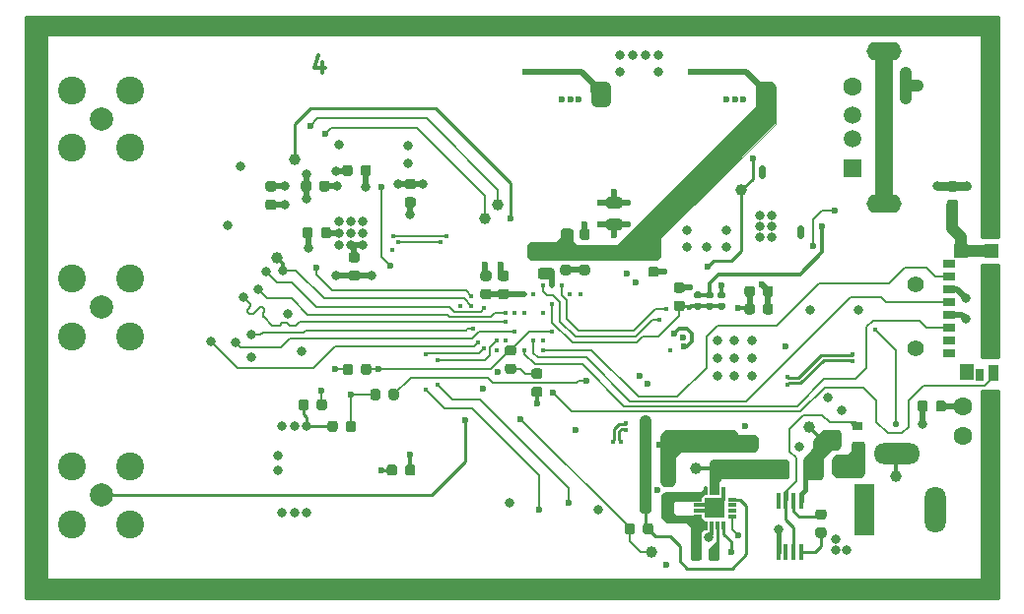
<source format=gbr>
G04 #@! TF.GenerationSoftware,KiCad,Pcbnew,(5.1.6)-1*
G04 #@! TF.CreationDate,2020-09-29T18:49:14+02:00*
G04 #@! TF.ProjectId,PrecisionTimer_RevG-1,50726563-6973-4696-9f6e-54696d65725f,rev?*
G04 #@! TF.SameCoordinates,Original*
G04 #@! TF.FileFunction,Copper,L4,Bot*
G04 #@! TF.FilePolarity,Positive*
%FSLAX46Y46*%
G04 Gerber Fmt 4.6, Leading zero omitted, Abs format (unit mm)*
G04 Created by KiCad (PCBNEW (5.1.6)-1) date 2020-09-29 18:49:14*
%MOMM*%
%LPD*%
G01*
G04 APERTURE LIST*
G04 #@! TA.AperFunction,NonConductor*
%ADD10C,0.300000*%
G04 #@! TD*
G04 #@! TA.AperFunction,ComponentPad*
%ADD11C,1.600000*%
G04 #@! TD*
G04 #@! TA.AperFunction,ComponentPad*
%ADD12C,1.500000*%
G04 #@! TD*
G04 #@! TA.AperFunction,ComponentPad*
%ADD13R,1.500000X1.600000*%
G04 #@! TD*
G04 #@! TA.AperFunction,ComponentPad*
%ADD14O,3.000000X1.600000*%
G04 #@! TD*
G04 #@! TA.AperFunction,ComponentPad*
%ADD15R,1.800000X4.400000*%
G04 #@! TD*
G04 #@! TA.AperFunction,ComponentPad*
%ADD16O,1.800000X4.000000*%
G04 #@! TD*
G04 #@! TA.AperFunction,ComponentPad*
%ADD17O,4.000000X1.800000*%
G04 #@! TD*
G04 #@! TA.AperFunction,ComponentPad*
%ADD18C,1.400000*%
G04 #@! TD*
G04 #@! TA.AperFunction,SMDPad,CuDef*
%ADD19C,0.700000*%
G04 #@! TD*
G04 #@! TA.AperFunction,SMDPad,CuDef*
%ADD20R,1.000000X0.700000*%
G04 #@! TD*
G04 #@! TA.AperFunction,SMDPad,CuDef*
%ADD21R,0.900000X1.400000*%
G04 #@! TD*
G04 #@! TA.AperFunction,SMDPad,CuDef*
%ADD22R,0.700000X1.000000*%
G04 #@! TD*
G04 #@! TA.AperFunction,SMDPad,CuDef*
%ADD23R,1.200000X1.450000*%
G04 #@! TD*
G04 #@! TA.AperFunction,SMDPad,CuDef*
%ADD24R,1.200000X1.150000*%
G04 #@! TD*
G04 #@! TA.AperFunction,ComponentPad*
%ADD25C,2.400000*%
G04 #@! TD*
G04 #@! TA.AperFunction,ComponentPad*
%ADD26C,2.000000*%
G04 #@! TD*
G04 #@! TA.AperFunction,SMDPad,CuDef*
%ADD27C,1.000000*%
G04 #@! TD*
G04 #@! TA.AperFunction,SMDPad,CuDef*
%ADD28R,0.450000X1.400000*%
G04 #@! TD*
G04 #@! TA.AperFunction,SMDPad,CuDef*
%ADD29R,0.900000X0.800000*%
G04 #@! TD*
G04 #@! TA.AperFunction,SMDPad,CuDef*
%ADD30R,1.800000X1.800000*%
G04 #@! TD*
G04 #@! TA.AperFunction,SMDPad,CuDef*
%ADD31R,0.750000X0.300000*%
G04 #@! TD*
G04 #@! TA.AperFunction,SMDPad,CuDef*
%ADD32R,0.300000X0.750000*%
G04 #@! TD*
G04 #@! TA.AperFunction,ViaPad*
%ADD33C,0.600000*%
G04 #@! TD*
G04 #@! TA.AperFunction,ViaPad*
%ADD34C,0.450000*%
G04 #@! TD*
G04 #@! TA.AperFunction,ViaPad*
%ADD35C,0.500000*%
G04 #@! TD*
G04 #@! TA.AperFunction,ViaPad*
%ADD36C,0.800000*%
G04 #@! TD*
G04 #@! TA.AperFunction,ViaPad*
%ADD37C,0.550000*%
G04 #@! TD*
G04 #@! TA.AperFunction,Conductor*
%ADD38C,0.250000*%
G04 #@! TD*
G04 #@! TA.AperFunction,Conductor*
%ADD39C,0.500000*%
G04 #@! TD*
G04 #@! TA.AperFunction,Conductor*
%ADD40C,0.300000*%
G04 #@! TD*
G04 #@! TA.AperFunction,Conductor*
%ADD41C,1.000000*%
G04 #@! TD*
G04 #@! TA.AperFunction,Conductor*
%ADD42C,0.350000*%
G04 #@! TD*
G04 #@! TA.AperFunction,Conductor*
%ADD43C,0.800000*%
G04 #@! TD*
G04 #@! TA.AperFunction,Conductor*
%ADD44C,0.600000*%
G04 #@! TD*
G04 #@! TA.AperFunction,Conductor*
%ADD45C,0.200000*%
G04 #@! TD*
G04 #@! TA.AperFunction,Conductor*
%ADD46C,0.400000*%
G04 #@! TD*
G04 #@! TA.AperFunction,Conductor*
%ADD47C,1.500000*%
G04 #@! TD*
G04 #@! TA.AperFunction,Conductor*
%ADD48C,0.254000*%
G04 #@! TD*
G04 #@! TA.AperFunction,Conductor*
%ADD49C,0.025400*%
G04 #@! TD*
G04 APERTURE END LIST*
D10*
X114814314Y-56295171D02*
X114814314Y-57295171D01*
X114457171Y-55723742D02*
X114100028Y-56795171D01*
X115028600Y-56795171D01*
G04 #@! TA.AperFunction,SMDPad,CuDef*
G36*
G01*
X167507400Y-86184450D02*
X167507400Y-85671950D01*
G75*
G02*
X167726150Y-85453200I218750J0D01*
G01*
X168163650Y-85453200D01*
G75*
G02*
X168382400Y-85671950I0J-218750D01*
G01*
X168382400Y-86184450D01*
G75*
G02*
X168163650Y-86403200I-218750J0D01*
G01*
X167726150Y-86403200D01*
G75*
G02*
X167507400Y-86184450I0J218750D01*
G01*
G37*
G04 #@! TD.AperFunction*
G04 #@! TA.AperFunction,SMDPad,CuDef*
G36*
G01*
X165932400Y-86184450D02*
X165932400Y-85671950D01*
G75*
G02*
X166151150Y-85453200I218750J0D01*
G01*
X166588650Y-85453200D01*
G75*
G02*
X166807400Y-85671950I0J-218750D01*
G01*
X166807400Y-86184450D01*
G75*
G02*
X166588650Y-86403200I-218750J0D01*
G01*
X166151150Y-86403200D01*
G75*
G02*
X165932400Y-86184450I0J218750D01*
G01*
G37*
G04 #@! TD.AperFunction*
D11*
X160324800Y-58430400D03*
D12*
X160324800Y-60930400D03*
X160324800Y-62930400D03*
D13*
X160324800Y-65430400D03*
D14*
X163034800Y-55360400D03*
X163034800Y-68500400D03*
D15*
X161366200Y-94818200D03*
D16*
X167488400Y-94818200D03*
D17*
X164185600Y-90017600D03*
D18*
X165789800Y-80997400D03*
X165789800Y-75497400D03*
G04 #@! TA.AperFunction,SMDPad,CuDef*
G36*
G01*
X145209550Y-76880200D02*
X145722050Y-76880200D01*
G75*
G02*
X145940800Y-77098950I0J-218750D01*
G01*
X145940800Y-77536450D01*
G75*
G02*
X145722050Y-77755200I-218750J0D01*
G01*
X145209550Y-77755200D01*
G75*
G02*
X144990800Y-77536450I0J218750D01*
G01*
X144990800Y-77098950D01*
G75*
G02*
X145209550Y-76880200I218750J0D01*
G01*
G37*
G04 #@! TD.AperFunction*
G04 #@! TA.AperFunction,SMDPad,CuDef*
G36*
G01*
X145209550Y-75305200D02*
X145722050Y-75305200D01*
G75*
G02*
X145940800Y-75523950I0J-218750D01*
G01*
X145940800Y-75961450D01*
G75*
G02*
X145722050Y-76180200I-218750J0D01*
G01*
X145209550Y-76180200D01*
G75*
G02*
X144990800Y-75961450I0J218750D01*
G01*
X144990800Y-75523950D01*
G75*
G02*
X145209550Y-75305200I218750J0D01*
G01*
G37*
G04 #@! TD.AperFunction*
G04 #@! TA.AperFunction,SMDPad,CuDef*
G36*
G01*
X151948400Y-75816750D02*
X151948400Y-76329250D01*
G75*
G02*
X151729650Y-76548000I-218750J0D01*
G01*
X151292150Y-76548000D01*
G75*
G02*
X151073400Y-76329250I0J218750D01*
G01*
X151073400Y-75816750D01*
G75*
G02*
X151292150Y-75598000I218750J0D01*
G01*
X151729650Y-75598000D01*
G75*
G02*
X151948400Y-75816750I0J-218750D01*
G01*
G37*
G04 #@! TD.AperFunction*
G04 #@! TA.AperFunction,SMDPad,CuDef*
G36*
G01*
X153523400Y-75816750D02*
X153523400Y-76329250D01*
G75*
G02*
X153304650Y-76548000I-218750J0D01*
G01*
X152867150Y-76548000D01*
G75*
G02*
X152648400Y-76329250I0J218750D01*
G01*
X152648400Y-75816750D01*
G75*
G02*
X152867150Y-75598000I218750J0D01*
G01*
X153304650Y-75598000D01*
G75*
G02*
X153523400Y-75816750I0J-218750D01*
G01*
G37*
G04 #@! TD.AperFunction*
D19*
X145592800Y-95694500D03*
D20*
X168645200Y-73690200D03*
X168645200Y-74790200D03*
X168645200Y-75890200D03*
X168645200Y-76990200D03*
X168645200Y-78090200D03*
X168645200Y-79190200D03*
X168645200Y-80290200D03*
X168645200Y-81390200D03*
D21*
X172435200Y-83040200D03*
D22*
X171285200Y-83240200D03*
D23*
X170135200Y-83015200D03*
D24*
X172285200Y-72615200D03*
X169695200Y-72615200D03*
D11*
X169799000Y-85928200D03*
X169799000Y-88468200D03*
D25*
X98298000Y-63728600D03*
X93319600Y-63728600D03*
X93319600Y-58750200D03*
X98298000Y-58750200D03*
D26*
X95808800Y-61239400D03*
D25*
X98298000Y-79908400D03*
X93319600Y-79908400D03*
X93319600Y-74930000D03*
X98298000Y-74930000D03*
D26*
X95808800Y-77419200D03*
D25*
X98298000Y-96088200D03*
X93319600Y-96088200D03*
X93319600Y-91109800D03*
X98298000Y-91109800D03*
D26*
X95808800Y-93599000D03*
G04 #@! TA.AperFunction,SMDPad,CuDef*
G36*
G01*
X120492000Y-85193850D02*
X120492000Y-84681350D01*
G75*
G02*
X120710750Y-84462600I218750J0D01*
G01*
X121148250Y-84462600D01*
G75*
G02*
X121367000Y-84681350I0J-218750D01*
G01*
X121367000Y-85193850D01*
G75*
G02*
X121148250Y-85412600I-218750J0D01*
G01*
X120710750Y-85412600D01*
G75*
G02*
X120492000Y-85193850I0J218750D01*
G01*
G37*
G04 #@! TD.AperFunction*
G04 #@! TA.AperFunction,SMDPad,CuDef*
G36*
G01*
X118917000Y-85193850D02*
X118917000Y-84681350D01*
G75*
G02*
X119135750Y-84462600I218750J0D01*
G01*
X119573250Y-84462600D01*
G75*
G02*
X119792000Y-84681350I0J-218750D01*
G01*
X119792000Y-85193850D01*
G75*
G02*
X119573250Y-85412600I-218750J0D01*
G01*
X119135750Y-85412600D01*
G75*
G02*
X118917000Y-85193850I0J218750D01*
G01*
G37*
G04 #@! TD.AperFunction*
G04 #@! TA.AperFunction,SMDPad,CuDef*
G36*
G01*
X142336000Y-96750850D02*
X142336000Y-96238350D01*
G75*
G02*
X142554750Y-96019600I218750J0D01*
G01*
X142992250Y-96019600D01*
G75*
G02*
X143211000Y-96238350I0J-218750D01*
G01*
X143211000Y-96750850D01*
G75*
G02*
X142992250Y-96969600I-218750J0D01*
G01*
X142554750Y-96969600D01*
G75*
G02*
X142336000Y-96750850I0J218750D01*
G01*
G37*
G04 #@! TD.AperFunction*
G04 #@! TA.AperFunction,SMDPad,CuDef*
G36*
G01*
X140761000Y-96750850D02*
X140761000Y-96238350D01*
G75*
G02*
X140979750Y-96019600I218750J0D01*
G01*
X141417250Y-96019600D01*
G75*
G02*
X141636000Y-96238350I0J-218750D01*
G01*
X141636000Y-96750850D01*
G75*
G02*
X141417250Y-96969600I-218750J0D01*
G01*
X140979750Y-96969600D01*
G75*
G02*
X140761000Y-96750850I0J218750D01*
G01*
G37*
G04 #@! TD.AperFunction*
D27*
X150799800Y-67335400D03*
X112420400Y-64693800D03*
X129895600Y-68605400D03*
X128752600Y-69824600D03*
X110896400Y-73164700D03*
X156616400Y-87706200D03*
X164084000Y-91998800D03*
X143103600Y-98526600D03*
G04 #@! TA.AperFunction,SMDPad,CuDef*
G36*
G01*
X110132150Y-68168000D02*
X110644650Y-68168000D01*
G75*
G02*
X110863400Y-68386750I0J-218750D01*
G01*
X110863400Y-68824250D01*
G75*
G02*
X110644650Y-69043000I-218750J0D01*
G01*
X110132150Y-69043000D01*
G75*
G02*
X109913400Y-68824250I0J218750D01*
G01*
X109913400Y-68386750D01*
G75*
G02*
X110132150Y-68168000I218750J0D01*
G01*
G37*
G04 #@! TD.AperFunction*
G04 #@! TA.AperFunction,SMDPad,CuDef*
G36*
G01*
X110132150Y-66593000D02*
X110644650Y-66593000D01*
G75*
G02*
X110863400Y-66811750I0J-218750D01*
G01*
X110863400Y-67249250D01*
G75*
G02*
X110644650Y-67468000I-218750J0D01*
G01*
X110132150Y-67468000D01*
G75*
G02*
X109913400Y-67249250I0J218750D01*
G01*
X109913400Y-66811750D01*
G75*
G02*
X110132150Y-66593000I218750J0D01*
G01*
G37*
G04 #@! TD.AperFunction*
G04 #@! TA.AperFunction,SMDPad,CuDef*
G36*
G01*
X130718850Y-82277700D02*
X131231350Y-82277700D01*
G75*
G02*
X131450100Y-82496450I0J-218750D01*
G01*
X131450100Y-82933950D01*
G75*
G02*
X131231350Y-83152700I-218750J0D01*
G01*
X130718850Y-83152700D01*
G75*
G02*
X130500100Y-82933950I0J218750D01*
G01*
X130500100Y-82496450D01*
G75*
G02*
X130718850Y-82277700I218750J0D01*
G01*
G37*
G04 #@! TD.AperFunction*
G04 #@! TA.AperFunction,SMDPad,CuDef*
G36*
G01*
X130718850Y-80702700D02*
X131231350Y-80702700D01*
G75*
G02*
X131450100Y-80921450I0J-218750D01*
G01*
X131450100Y-81358950D01*
G75*
G02*
X131231350Y-81577700I-218750J0D01*
G01*
X130718850Y-81577700D01*
G75*
G02*
X130500100Y-81358950I0J218750D01*
G01*
X130500100Y-80921450D01*
G75*
G02*
X130718850Y-80702700I218750J0D01*
G01*
G37*
G04 #@! TD.AperFunction*
G04 #@! TA.AperFunction,SMDPad,CuDef*
G36*
G01*
X132979450Y-84271600D02*
X133491950Y-84271600D01*
G75*
G02*
X133710700Y-84490350I0J-218750D01*
G01*
X133710700Y-84927850D01*
G75*
G02*
X133491950Y-85146600I-218750J0D01*
G01*
X132979450Y-85146600D01*
G75*
G02*
X132760700Y-84927850I0J218750D01*
G01*
X132760700Y-84490350D01*
G75*
G02*
X132979450Y-84271600I218750J0D01*
G01*
G37*
G04 #@! TD.AperFunction*
G04 #@! TA.AperFunction,SMDPad,CuDef*
G36*
G01*
X132979450Y-82696600D02*
X133491950Y-82696600D01*
G75*
G02*
X133710700Y-82915350I0J-218750D01*
G01*
X133710700Y-83352850D01*
G75*
G02*
X133491950Y-83571600I-218750J0D01*
G01*
X132979450Y-83571600D01*
G75*
G02*
X132760700Y-83352850I0J218750D01*
G01*
X132760700Y-82915350D01*
G75*
G02*
X132979450Y-82696600I218750J0D01*
G01*
G37*
G04 #@! TD.AperFunction*
G04 #@! TA.AperFunction,SMDPad,CuDef*
G36*
G01*
X113619800Y-85570350D02*
X113619800Y-86082850D01*
G75*
G02*
X113401050Y-86301600I-218750J0D01*
G01*
X112963550Y-86301600D01*
G75*
G02*
X112744800Y-86082850I0J218750D01*
G01*
X112744800Y-85570350D01*
G75*
G02*
X112963550Y-85351600I218750J0D01*
G01*
X113401050Y-85351600D01*
G75*
G02*
X113619800Y-85570350I0J-218750D01*
G01*
G37*
G04 #@! TD.AperFunction*
G04 #@! TA.AperFunction,SMDPad,CuDef*
G36*
G01*
X115194800Y-85570350D02*
X115194800Y-86082850D01*
G75*
G02*
X114976050Y-86301600I-218750J0D01*
G01*
X114538550Y-86301600D01*
G75*
G02*
X114319800Y-86082850I0J218750D01*
G01*
X114319800Y-85570350D01*
G75*
G02*
X114538550Y-85351600I218750J0D01*
G01*
X114976050Y-85351600D01*
G75*
G02*
X115194800Y-85570350I0J-218750D01*
G01*
G37*
G04 #@! TD.AperFunction*
G04 #@! TA.AperFunction,SMDPad,CuDef*
G36*
G01*
X121914400Y-91696250D02*
X121914400Y-91183750D01*
G75*
G02*
X122133150Y-90965000I218750J0D01*
G01*
X122570650Y-90965000D01*
G75*
G02*
X122789400Y-91183750I0J-218750D01*
G01*
X122789400Y-91696250D01*
G75*
G02*
X122570650Y-91915000I-218750J0D01*
G01*
X122133150Y-91915000D01*
G75*
G02*
X121914400Y-91696250I0J218750D01*
G01*
G37*
G04 #@! TD.AperFunction*
G04 #@! TA.AperFunction,SMDPad,CuDef*
G36*
G01*
X120339400Y-91696250D02*
X120339400Y-91183750D01*
G75*
G02*
X120558150Y-90965000I218750J0D01*
G01*
X120995650Y-90965000D01*
G75*
G02*
X121214400Y-91183750I0J-218750D01*
G01*
X121214400Y-91696250D01*
G75*
G02*
X120995650Y-91915000I-218750J0D01*
G01*
X120558150Y-91915000D01*
G75*
G02*
X120339400Y-91696250I0J218750D01*
G01*
G37*
G04 #@! TD.AperFunction*
G04 #@! TA.AperFunction,SMDPad,CuDef*
G36*
G01*
X117429800Y-82522350D02*
X117429800Y-83034850D01*
G75*
G02*
X117211050Y-83253600I-218750J0D01*
G01*
X116773550Y-83253600D01*
G75*
G02*
X116554800Y-83034850I0J218750D01*
G01*
X116554800Y-82522350D01*
G75*
G02*
X116773550Y-82303600I218750J0D01*
G01*
X117211050Y-82303600D01*
G75*
G02*
X117429800Y-82522350I0J-218750D01*
G01*
G37*
G04 #@! TD.AperFunction*
G04 #@! TA.AperFunction,SMDPad,CuDef*
G36*
G01*
X119004800Y-82522350D02*
X119004800Y-83034850D01*
G75*
G02*
X118786050Y-83253600I-218750J0D01*
G01*
X118348550Y-83253600D01*
G75*
G02*
X118129800Y-83034850I0J218750D01*
G01*
X118129800Y-82522350D01*
G75*
G02*
X118348550Y-82303600I218750J0D01*
G01*
X118786050Y-82303600D01*
G75*
G02*
X119004800Y-82522350I0J-218750D01*
G01*
G37*
G04 #@! TD.AperFunction*
G04 #@! TA.AperFunction,SMDPad,CuDef*
G36*
G01*
X116109000Y-87424550D02*
X116109000Y-87937050D01*
G75*
G02*
X115890250Y-88155800I-218750J0D01*
G01*
X115452750Y-88155800D01*
G75*
G02*
X115234000Y-87937050I0J218750D01*
G01*
X115234000Y-87424550D01*
G75*
G02*
X115452750Y-87205800I218750J0D01*
G01*
X115890250Y-87205800D01*
G75*
G02*
X116109000Y-87424550I0J-218750D01*
G01*
G37*
G04 #@! TD.AperFunction*
G04 #@! TA.AperFunction,SMDPad,CuDef*
G36*
G01*
X117684000Y-87424550D02*
X117684000Y-87937050D01*
G75*
G02*
X117465250Y-88155800I-218750J0D01*
G01*
X117027750Y-88155800D01*
G75*
G02*
X116809000Y-87937050I0J218750D01*
G01*
X116809000Y-87424550D01*
G75*
G02*
X117027750Y-87205800I218750J0D01*
G01*
X117465250Y-87205800D01*
G75*
G02*
X117684000Y-87424550I0J-218750D01*
G01*
G37*
G04 #@! TD.AperFunction*
G04 #@! TA.AperFunction,SMDPad,CuDef*
G36*
G01*
X134466650Y-73133800D02*
X133554150Y-73133800D01*
G75*
G02*
X133310400Y-72890050I0J243750D01*
G01*
X133310400Y-72402550D01*
G75*
G02*
X133554150Y-72158800I243750J0D01*
G01*
X134466650Y-72158800D01*
G75*
G02*
X134710400Y-72402550I0J-243750D01*
G01*
X134710400Y-72890050D01*
G75*
G02*
X134466650Y-73133800I-243750J0D01*
G01*
G37*
G04 #@! TD.AperFunction*
G04 #@! TA.AperFunction,SMDPad,CuDef*
G36*
G01*
X134466650Y-75008800D02*
X133554150Y-75008800D01*
G75*
G02*
X133310400Y-74765050I0J243750D01*
G01*
X133310400Y-74277550D01*
G75*
G02*
X133554150Y-74033800I243750J0D01*
G01*
X134466650Y-74033800D01*
G75*
G02*
X134710400Y-74277550I0J-243750D01*
G01*
X134710400Y-74765050D01*
G75*
G02*
X134466650Y-75008800I-243750J0D01*
G01*
G37*
G04 #@! TD.AperFunction*
G04 #@! TA.AperFunction,SMDPad,CuDef*
G36*
G01*
X135968450Y-73081400D02*
X135455950Y-73081400D01*
G75*
G02*
X135237200Y-72862650I0J218750D01*
G01*
X135237200Y-72425150D01*
G75*
G02*
X135455950Y-72206400I218750J0D01*
G01*
X135968450Y-72206400D01*
G75*
G02*
X136187200Y-72425150I0J-218750D01*
G01*
X136187200Y-72862650D01*
G75*
G02*
X135968450Y-73081400I-218750J0D01*
G01*
G37*
G04 #@! TD.AperFunction*
G04 #@! TA.AperFunction,SMDPad,CuDef*
G36*
G01*
X135968450Y-74656400D02*
X135455950Y-74656400D01*
G75*
G02*
X135237200Y-74437650I0J218750D01*
G01*
X135237200Y-74000150D01*
G75*
G02*
X135455950Y-73781400I218750J0D01*
G01*
X135968450Y-73781400D01*
G75*
G02*
X136187200Y-74000150I0J-218750D01*
G01*
X136187200Y-74437650D01*
G75*
G02*
X135968450Y-74656400I-218750J0D01*
G01*
G37*
G04 #@! TD.AperFunction*
G04 #@! TA.AperFunction,SMDPad,CuDef*
G36*
G01*
X136200400Y-70914550D02*
X136200400Y-71427050D01*
G75*
G02*
X135981650Y-71645800I-218750J0D01*
G01*
X135544150Y-71645800D01*
G75*
G02*
X135325400Y-71427050I0J218750D01*
G01*
X135325400Y-70914550D01*
G75*
G02*
X135544150Y-70695800I218750J0D01*
G01*
X135981650Y-70695800D01*
G75*
G02*
X136200400Y-70914550I0J-218750D01*
G01*
G37*
G04 #@! TD.AperFunction*
G04 #@! TA.AperFunction,SMDPad,CuDef*
G36*
G01*
X137775400Y-70914550D02*
X137775400Y-71427050D01*
G75*
G02*
X137556650Y-71645800I-218750J0D01*
G01*
X137119150Y-71645800D01*
G75*
G02*
X136900400Y-71427050I0J218750D01*
G01*
X136900400Y-70914550D01*
G75*
G02*
X137119150Y-70695800I218750J0D01*
G01*
X137556650Y-70695800D01*
G75*
G02*
X137775400Y-70914550I0J-218750D01*
G01*
G37*
G04 #@! TD.AperFunction*
G04 #@! TA.AperFunction,SMDPad,CuDef*
G36*
G01*
X142999750Y-73933800D02*
X143512250Y-73933800D01*
G75*
G02*
X143731000Y-74152550I0J-218750D01*
G01*
X143731000Y-74590050D01*
G75*
G02*
X143512250Y-74808800I-218750J0D01*
G01*
X142999750Y-74808800D01*
G75*
G02*
X142781000Y-74590050I0J218750D01*
G01*
X142781000Y-74152550D01*
G75*
G02*
X142999750Y-73933800I218750J0D01*
G01*
G37*
G04 #@! TD.AperFunction*
G04 #@! TA.AperFunction,SMDPad,CuDef*
G36*
G01*
X142999750Y-72358800D02*
X143512250Y-72358800D01*
G75*
G02*
X143731000Y-72577550I0J-218750D01*
G01*
X143731000Y-73015050D01*
G75*
G02*
X143512250Y-73233800I-218750J0D01*
G01*
X142999750Y-73233800D01*
G75*
G02*
X142781000Y-73015050I0J218750D01*
G01*
X142781000Y-72577550D01*
G75*
G02*
X142999750Y-72358800I218750J0D01*
G01*
G37*
G04 #@! TD.AperFunction*
G04 #@! TA.AperFunction,SMDPad,CuDef*
G36*
G01*
X140334050Y-68917400D02*
X139421550Y-68917400D01*
G75*
G02*
X139177800Y-68673650I0J243750D01*
G01*
X139177800Y-68186150D01*
G75*
G02*
X139421550Y-67942400I243750J0D01*
G01*
X140334050Y-67942400D01*
G75*
G02*
X140577800Y-68186150I0J-243750D01*
G01*
X140577800Y-68673650D01*
G75*
G02*
X140334050Y-68917400I-243750J0D01*
G01*
G37*
G04 #@! TD.AperFunction*
G04 #@! TA.AperFunction,SMDPad,CuDef*
G36*
G01*
X140334050Y-70792400D02*
X139421550Y-70792400D01*
G75*
G02*
X139177800Y-70548650I0J243750D01*
G01*
X139177800Y-70061150D01*
G75*
G02*
X139421550Y-69817400I243750J0D01*
G01*
X140334050Y-69817400D01*
G75*
G02*
X140577800Y-70061150I0J-243750D01*
G01*
X140577800Y-70548650D01*
G75*
G02*
X140334050Y-70792400I-243750J0D01*
G01*
G37*
G04 #@! TD.AperFunction*
G04 #@! TA.AperFunction,SMDPad,CuDef*
G36*
G01*
X129110450Y-75164200D02*
X128597950Y-75164200D01*
G75*
G02*
X128379200Y-74945450I0J218750D01*
G01*
X128379200Y-74507950D01*
G75*
G02*
X128597950Y-74289200I218750J0D01*
G01*
X129110450Y-74289200D01*
G75*
G02*
X129329200Y-74507950I0J-218750D01*
G01*
X129329200Y-74945450D01*
G75*
G02*
X129110450Y-75164200I-218750J0D01*
G01*
G37*
G04 #@! TD.AperFunction*
G04 #@! TA.AperFunction,SMDPad,CuDef*
G36*
G01*
X129110450Y-76739200D02*
X128597950Y-76739200D01*
G75*
G02*
X128379200Y-76520450I0J218750D01*
G01*
X128379200Y-76082950D01*
G75*
G02*
X128597950Y-75864200I218750J0D01*
G01*
X129110450Y-75864200D01*
G75*
G02*
X129329200Y-76082950I0J-218750D01*
G01*
X129329200Y-76520450D01*
G75*
G02*
X129110450Y-76739200I-218750J0D01*
G01*
G37*
G04 #@! TD.AperFunction*
D28*
X155915000Y-94116800D03*
X155265000Y-94116800D03*
X154615000Y-94116800D03*
X153965000Y-94116800D03*
X153965000Y-98516800D03*
X154615000Y-98516800D03*
X155265000Y-98516800D03*
X155915000Y-98516800D03*
D29*
X158791400Y-88595200D03*
X160791400Y-89545200D03*
X160791400Y-87645200D03*
G04 #@! TA.AperFunction,SMDPad,CuDef*
G36*
G01*
X137056150Y-73781400D02*
X137568650Y-73781400D01*
G75*
G02*
X137787400Y-74000150I0J-218750D01*
G01*
X137787400Y-74437650D01*
G75*
G02*
X137568650Y-74656400I-218750J0D01*
G01*
X137056150Y-74656400D01*
G75*
G02*
X136837400Y-74437650I0J218750D01*
G01*
X136837400Y-74000150D01*
G75*
G02*
X137056150Y-73781400I218750J0D01*
G01*
G37*
G04 #@! TD.AperFunction*
G04 #@! TA.AperFunction,SMDPad,CuDef*
G36*
G01*
X137056150Y-72206400D02*
X137568650Y-72206400D01*
G75*
G02*
X137787400Y-72425150I0J-218750D01*
G01*
X137787400Y-72862650D01*
G75*
G02*
X137568650Y-73081400I-218750J0D01*
G01*
X137056150Y-73081400D01*
G75*
G02*
X136837400Y-72862650I0J218750D01*
G01*
X136837400Y-72425150D01*
G75*
G02*
X137056150Y-72206400I218750J0D01*
G01*
G37*
G04 #@! TD.AperFunction*
G04 #@! TA.AperFunction,SMDPad,CuDef*
G36*
G01*
X157888650Y-95687400D02*
X157376150Y-95687400D01*
G75*
G02*
X157157400Y-95468650I0J218750D01*
G01*
X157157400Y-95031150D01*
G75*
G02*
X157376150Y-94812400I218750J0D01*
G01*
X157888650Y-94812400D01*
G75*
G02*
X158107400Y-95031150I0J-218750D01*
G01*
X158107400Y-95468650D01*
G75*
G02*
X157888650Y-95687400I-218750J0D01*
G01*
G37*
G04 #@! TD.AperFunction*
G04 #@! TA.AperFunction,SMDPad,CuDef*
G36*
G01*
X157888650Y-97262400D02*
X157376150Y-97262400D01*
G75*
G02*
X157157400Y-97043650I0J218750D01*
G01*
X157157400Y-96606150D01*
G75*
G02*
X157376150Y-96387400I218750J0D01*
G01*
X157888650Y-96387400D01*
G75*
G02*
X158107400Y-96606150I0J-218750D01*
G01*
X158107400Y-97043650D01*
G75*
G02*
X157888650Y-97262400I-218750J0D01*
G01*
G37*
G04 #@! TD.AperFunction*
G04 #@! TA.AperFunction,SMDPad,CuDef*
G36*
G01*
X151948400Y-77315350D02*
X151948400Y-77827850D01*
G75*
G02*
X151729650Y-78046600I-218750J0D01*
G01*
X151292150Y-78046600D01*
G75*
G02*
X151073400Y-77827850I0J218750D01*
G01*
X151073400Y-77315350D01*
G75*
G02*
X151292150Y-77096600I218750J0D01*
G01*
X151729650Y-77096600D01*
G75*
G02*
X151948400Y-77315350I0J-218750D01*
G01*
G37*
G04 #@! TD.AperFunction*
G04 #@! TA.AperFunction,SMDPad,CuDef*
G36*
G01*
X153523400Y-77315350D02*
X153523400Y-77827850D01*
G75*
G02*
X153304650Y-78046600I-218750J0D01*
G01*
X152867150Y-78046600D01*
G75*
G02*
X152648400Y-77827850I0J218750D01*
G01*
X152648400Y-77315350D01*
G75*
G02*
X152867150Y-77096600I218750J0D01*
G01*
X153304650Y-77096600D01*
G75*
G02*
X153523400Y-77315350I0J-218750D01*
G01*
G37*
G04 #@! TD.AperFunction*
G04 #@! TA.AperFunction,SMDPad,CuDef*
G36*
G01*
X156174600Y-91938800D02*
X156174600Y-90788800D01*
G75*
G02*
X156424600Y-90538800I250000J0D01*
G01*
X157524600Y-90538800D01*
G75*
G02*
X157774600Y-90788800I0J-250000D01*
G01*
X157774600Y-91938800D01*
G75*
G02*
X157524600Y-92188800I-250000J0D01*
G01*
X156424600Y-92188800D01*
G75*
G02*
X156174600Y-91938800I0J250000D01*
G01*
G37*
G04 #@! TD.AperFunction*
G04 #@! TA.AperFunction,SMDPad,CuDef*
G36*
G01*
X153324600Y-91938800D02*
X153324600Y-90788800D01*
G75*
G02*
X153574600Y-90538800I250000J0D01*
G01*
X154674600Y-90538800D01*
G75*
G02*
X154924600Y-90788800I0J-250000D01*
G01*
X154924600Y-91938800D01*
G75*
G02*
X154674600Y-92188800I-250000J0D01*
G01*
X153574600Y-92188800D01*
G75*
G02*
X153324600Y-91938800I0J250000D01*
G01*
G37*
G04 #@! TD.AperFunction*
D27*
X146888200Y-91313000D03*
G04 #@! TA.AperFunction,SMDPad,CuDef*
G36*
G01*
X130096550Y-75864100D02*
X130609050Y-75864100D01*
G75*
G02*
X130827800Y-76082850I0J-218750D01*
G01*
X130827800Y-76520350D01*
G75*
G02*
X130609050Y-76739100I-218750J0D01*
G01*
X130096550Y-76739100D01*
G75*
G02*
X129877800Y-76520350I0J218750D01*
G01*
X129877800Y-76082850D01*
G75*
G02*
X130096550Y-75864100I218750J0D01*
G01*
G37*
G04 #@! TD.AperFunction*
G04 #@! TA.AperFunction,SMDPad,CuDef*
G36*
G01*
X130096550Y-74289100D02*
X130609050Y-74289100D01*
G75*
G02*
X130827800Y-74507850I0J-218750D01*
G01*
X130827800Y-74945350D01*
G75*
G02*
X130609050Y-75164100I-218750J0D01*
G01*
X130096550Y-75164100D01*
G75*
G02*
X129877800Y-74945350I0J218750D01*
G01*
X129877800Y-74507850D01*
G75*
G02*
X130096550Y-74289100I218750J0D01*
G01*
G37*
G04 #@! TD.AperFunction*
G04 #@! TA.AperFunction,SMDPad,CuDef*
G36*
G01*
X113975400Y-70762150D02*
X113975400Y-71274650D01*
G75*
G02*
X113756650Y-71493400I-218750J0D01*
G01*
X113319150Y-71493400D01*
G75*
G02*
X113100400Y-71274650I0J218750D01*
G01*
X113100400Y-70762150D01*
G75*
G02*
X113319150Y-70543400I218750J0D01*
G01*
X113756650Y-70543400D01*
G75*
G02*
X113975400Y-70762150I0J-218750D01*
G01*
G37*
G04 #@! TD.AperFunction*
G04 #@! TA.AperFunction,SMDPad,CuDef*
G36*
G01*
X115550400Y-70762150D02*
X115550400Y-71274650D01*
G75*
G02*
X115331650Y-71493400I-218750J0D01*
G01*
X114894150Y-71493400D01*
G75*
G02*
X114675400Y-71274650I0J218750D01*
G01*
X114675400Y-70762150D01*
G75*
G02*
X114894150Y-70543400I218750J0D01*
G01*
X115331650Y-70543400D01*
G75*
G02*
X115550400Y-70762150I0J-218750D01*
G01*
G37*
G04 #@! TD.AperFunction*
G04 #@! TA.AperFunction,SMDPad,CuDef*
G36*
G01*
X122095550Y-67964800D02*
X122608050Y-67964800D01*
G75*
G02*
X122826800Y-68183550I0J-218750D01*
G01*
X122826800Y-68621050D01*
G75*
G02*
X122608050Y-68839800I-218750J0D01*
G01*
X122095550Y-68839800D01*
G75*
G02*
X121876800Y-68621050I0J218750D01*
G01*
X121876800Y-68183550D01*
G75*
G02*
X122095550Y-67964800I218750J0D01*
G01*
G37*
G04 #@! TD.AperFunction*
G04 #@! TA.AperFunction,SMDPad,CuDef*
G36*
G01*
X122095550Y-66389800D02*
X122608050Y-66389800D01*
G75*
G02*
X122826800Y-66608550I0J-218750D01*
G01*
X122826800Y-67046050D01*
G75*
G02*
X122608050Y-67264800I-218750J0D01*
G01*
X122095550Y-67264800D01*
G75*
G02*
X121876800Y-67046050I0J218750D01*
G01*
X121876800Y-66608550D01*
G75*
G02*
X122095550Y-66389800I218750J0D01*
G01*
G37*
G04 #@! TD.AperFunction*
G04 #@! TA.AperFunction,SMDPad,CuDef*
G36*
G01*
X151662450Y-89745400D02*
X150749950Y-89745400D01*
G75*
G02*
X150506200Y-89501650I0J243750D01*
G01*
X150506200Y-89014150D01*
G75*
G02*
X150749950Y-88770400I243750J0D01*
G01*
X151662450Y-88770400D01*
G75*
G02*
X151906200Y-89014150I0J-243750D01*
G01*
X151906200Y-89501650D01*
G75*
G02*
X151662450Y-89745400I-243750J0D01*
G01*
G37*
G04 #@! TD.AperFunction*
G04 #@! TA.AperFunction,SMDPad,CuDef*
G36*
G01*
X151662450Y-91620400D02*
X150749950Y-91620400D01*
G75*
G02*
X150506200Y-91376650I0J243750D01*
G01*
X150506200Y-90889150D01*
G75*
G02*
X150749950Y-90645400I243750J0D01*
G01*
X151662450Y-90645400D01*
G75*
G02*
X151906200Y-90889150I0J-243750D01*
G01*
X151906200Y-91376650D01*
G75*
G02*
X151662450Y-91620400I-243750J0D01*
G01*
G37*
G04 #@! TD.AperFunction*
G04 #@! TA.AperFunction,SMDPad,CuDef*
G36*
G01*
X146868100Y-77037700D02*
X147213100Y-77037700D01*
G75*
G02*
X147360600Y-77185200I0J-147500D01*
G01*
X147360600Y-77480200D01*
G75*
G02*
X147213100Y-77627700I-147500J0D01*
G01*
X146868100Y-77627700D01*
G75*
G02*
X146720600Y-77480200I0J147500D01*
G01*
X146720600Y-77185200D01*
G75*
G02*
X146868100Y-77037700I147500J0D01*
G01*
G37*
G04 #@! TD.AperFunction*
G04 #@! TA.AperFunction,SMDPad,CuDef*
G36*
G01*
X146868100Y-76067700D02*
X147213100Y-76067700D01*
G75*
G02*
X147360600Y-76215200I0J-147500D01*
G01*
X147360600Y-76510200D01*
G75*
G02*
X147213100Y-76657700I-147500J0D01*
G01*
X146868100Y-76657700D01*
G75*
G02*
X146720600Y-76510200I0J147500D01*
G01*
X146720600Y-76215200D01*
G75*
G02*
X146868100Y-76067700I147500J0D01*
G01*
G37*
G04 #@! TD.AperFunction*
G04 #@! TA.AperFunction,SMDPad,CuDef*
G36*
G01*
X148229100Y-76657700D02*
X147884100Y-76657700D01*
G75*
G02*
X147736600Y-76510200I0J147500D01*
G01*
X147736600Y-76215200D01*
G75*
G02*
X147884100Y-76067700I147500J0D01*
G01*
X148229100Y-76067700D01*
G75*
G02*
X148376600Y-76215200I0J-147500D01*
G01*
X148376600Y-76510200D01*
G75*
G02*
X148229100Y-76657700I-147500J0D01*
G01*
G37*
G04 #@! TD.AperFunction*
G04 #@! TA.AperFunction,SMDPad,CuDef*
G36*
G01*
X148229100Y-77627700D02*
X147884100Y-77627700D01*
G75*
G02*
X147736600Y-77480200I0J147500D01*
G01*
X147736600Y-77185200D01*
G75*
G02*
X147884100Y-77037700I147500J0D01*
G01*
X148229100Y-77037700D01*
G75*
G02*
X148376600Y-77185200I0J-147500D01*
G01*
X148376600Y-77480200D01*
G75*
G02*
X148229100Y-77627700I-147500J0D01*
G01*
G37*
G04 #@! TD.AperFunction*
G04 #@! TA.AperFunction,SMDPad,CuDef*
G36*
G01*
X148900100Y-77037700D02*
X149245100Y-77037700D01*
G75*
G02*
X149392600Y-77185200I0J-147500D01*
G01*
X149392600Y-77480200D01*
G75*
G02*
X149245100Y-77627700I-147500J0D01*
G01*
X148900100Y-77627700D01*
G75*
G02*
X148752600Y-77480200I0J147500D01*
G01*
X148752600Y-77185200D01*
G75*
G02*
X148900100Y-77037700I147500J0D01*
G01*
G37*
G04 #@! TD.AperFunction*
G04 #@! TA.AperFunction,SMDPad,CuDef*
G36*
G01*
X148900100Y-76067700D02*
X149245100Y-76067700D01*
G75*
G02*
X149392600Y-76215200I0J-147500D01*
G01*
X149392600Y-76510200D01*
G75*
G02*
X149245100Y-76657700I-147500J0D01*
G01*
X148900100Y-76657700D01*
G75*
G02*
X148752600Y-76510200I0J147500D01*
G01*
X148752600Y-76215200D01*
G75*
G02*
X148900100Y-76067700I147500J0D01*
G01*
G37*
G04 #@! TD.AperFunction*
G04 #@! TA.AperFunction,SMDPad,CuDef*
G36*
G01*
X169191650Y-67468000D02*
X168679150Y-67468000D01*
G75*
G02*
X168460400Y-67249250I0J218750D01*
G01*
X168460400Y-66811750D01*
G75*
G02*
X168679150Y-66593000I218750J0D01*
G01*
X169191650Y-66593000D01*
G75*
G02*
X169410400Y-66811750I0J-218750D01*
G01*
X169410400Y-67249250D01*
G75*
G02*
X169191650Y-67468000I-218750J0D01*
G01*
G37*
G04 #@! TD.AperFunction*
G04 #@! TA.AperFunction,SMDPad,CuDef*
G36*
G01*
X169191650Y-69043000D02*
X168679150Y-69043000D01*
G75*
G02*
X168460400Y-68824250I0J218750D01*
G01*
X168460400Y-68386750D01*
G75*
G02*
X168679150Y-68168000I218750J0D01*
G01*
X169191650Y-68168000D01*
G75*
G02*
X169410400Y-68386750I0J-218750D01*
G01*
X169410400Y-68824250D01*
G75*
G02*
X169191650Y-69043000I-218750J0D01*
G01*
G37*
G04 #@! TD.AperFunction*
G04 #@! TA.AperFunction,SMDPad,CuDef*
G36*
G01*
X164459400Y-58650850D02*
X164459400Y-58138350D01*
G75*
G02*
X164678150Y-57919600I218750J0D01*
G01*
X165115650Y-57919600D01*
G75*
G02*
X165334400Y-58138350I0J-218750D01*
G01*
X165334400Y-58650850D01*
G75*
G02*
X165115650Y-58869600I-218750J0D01*
G01*
X164678150Y-58869600D01*
G75*
G02*
X164459400Y-58650850I0J218750D01*
G01*
G37*
G04 #@! TD.AperFunction*
G04 #@! TA.AperFunction,SMDPad,CuDef*
G36*
G01*
X162884400Y-58650850D02*
X162884400Y-58138350D01*
G75*
G02*
X163103150Y-57919600I218750J0D01*
G01*
X163540650Y-57919600D01*
G75*
G02*
X163759400Y-58138350I0J-218750D01*
G01*
X163759400Y-58650850D01*
G75*
G02*
X163540650Y-58869600I-218750J0D01*
G01*
X163103150Y-58869600D01*
G75*
G02*
X162884400Y-58650850I0J218750D01*
G01*
G37*
G04 #@! TD.AperFunction*
G04 #@! TA.AperFunction,SMDPad,CuDef*
G36*
G01*
X143060000Y-93955550D02*
X143060000Y-94868050D01*
G75*
G02*
X142816250Y-95111800I-243750J0D01*
G01*
X142328750Y-95111800D01*
G75*
G02*
X142085000Y-94868050I0J243750D01*
G01*
X142085000Y-93955550D01*
G75*
G02*
X142328750Y-93711800I243750J0D01*
G01*
X142816250Y-93711800D01*
G75*
G02*
X143060000Y-93955550I0J-243750D01*
G01*
G37*
G04 #@! TD.AperFunction*
G04 #@! TA.AperFunction,SMDPad,CuDef*
G36*
G01*
X144935000Y-93955550D02*
X144935000Y-94868050D01*
G75*
G02*
X144691250Y-95111800I-243750J0D01*
G01*
X144203750Y-95111800D01*
G75*
G02*
X143960000Y-94868050I0J243750D01*
G01*
X143960000Y-93955550D01*
G75*
G02*
X144203750Y-93711800I243750J0D01*
G01*
X144691250Y-93711800D01*
G75*
G02*
X144935000Y-93955550I0J-243750D01*
G01*
G37*
G04 #@! TD.AperFunction*
G04 #@! TA.AperFunction,SMDPad,CuDef*
G36*
G01*
X147325600Y-98524350D02*
X147325600Y-99036850D01*
G75*
G02*
X147106850Y-99255600I-218750J0D01*
G01*
X146669350Y-99255600D01*
G75*
G02*
X146450600Y-99036850I0J218750D01*
G01*
X146450600Y-98524350D01*
G75*
G02*
X146669350Y-98305600I218750J0D01*
G01*
X147106850Y-98305600D01*
G75*
G02*
X147325600Y-98524350I0J-218750D01*
G01*
G37*
G04 #@! TD.AperFunction*
G04 #@! TA.AperFunction,SMDPad,CuDef*
G36*
G01*
X148900600Y-98524350D02*
X148900600Y-99036850D01*
G75*
G02*
X148681850Y-99255600I-218750J0D01*
G01*
X148244350Y-99255600D01*
G75*
G02*
X148025600Y-99036850I0J218750D01*
G01*
X148025600Y-98524350D01*
G75*
G02*
X148244350Y-98305600I218750J0D01*
G01*
X148681850Y-98305600D01*
G75*
G02*
X148900600Y-98524350I0J-218750D01*
G01*
G37*
G04 #@! TD.AperFunction*
D30*
X148513800Y-94716600D03*
D31*
X147013800Y-93966600D03*
X147013800Y-94466600D03*
X147013800Y-94966600D03*
X147013800Y-95466600D03*
D32*
X147763800Y-96216600D03*
X148263800Y-96216600D03*
X148763800Y-96216600D03*
X149263800Y-96216600D03*
D31*
X150013800Y-95466600D03*
X150013800Y-94966600D03*
X150013800Y-94466600D03*
X150013800Y-93966600D03*
D32*
X149263800Y-93216600D03*
X148763800Y-93216600D03*
X148263800Y-93216600D03*
X147763800Y-93216600D03*
G04 #@! TA.AperFunction,SMDPad,CuDef*
G36*
G01*
X148613150Y-90545400D02*
X149125650Y-90545400D01*
G75*
G02*
X149344400Y-90764150I0J-218750D01*
G01*
X149344400Y-91201650D01*
G75*
G02*
X149125650Y-91420400I-218750J0D01*
G01*
X148613150Y-91420400D01*
G75*
G02*
X148394400Y-91201650I0J218750D01*
G01*
X148394400Y-90764150D01*
G75*
G02*
X148613150Y-90545400I218750J0D01*
G01*
G37*
G04 #@! TD.AperFunction*
G04 #@! TA.AperFunction,SMDPad,CuDef*
G36*
G01*
X148613150Y-88970400D02*
X149125650Y-88970400D01*
G75*
G02*
X149344400Y-89189150I0J-218750D01*
G01*
X149344400Y-89626650D01*
G75*
G02*
X149125650Y-89845400I-218750J0D01*
G01*
X148613150Y-89845400D01*
G75*
G02*
X148394400Y-89626650I0J218750D01*
G01*
X148394400Y-89189150D01*
G75*
G02*
X148613150Y-88970400I218750J0D01*
G01*
G37*
G04 #@! TD.AperFunction*
G04 #@! TA.AperFunction,SMDPad,CuDef*
G36*
G01*
X143962300Y-92505850D02*
X143962300Y-91593350D01*
G75*
G02*
X144206050Y-91349600I243750J0D01*
G01*
X144693550Y-91349600D01*
G75*
G02*
X144937300Y-91593350I0J-243750D01*
G01*
X144937300Y-92505850D01*
G75*
G02*
X144693550Y-92749600I-243750J0D01*
G01*
X144206050Y-92749600D01*
G75*
G02*
X143962300Y-92505850I0J243750D01*
G01*
G37*
G04 #@! TD.AperFunction*
G04 #@! TA.AperFunction,SMDPad,CuDef*
G36*
G01*
X142087300Y-92505850D02*
X142087300Y-91593350D01*
G75*
G02*
X142331050Y-91349600I243750J0D01*
G01*
X142818550Y-91349600D01*
G75*
G02*
X143062300Y-91593350I0J-243750D01*
G01*
X143062300Y-92505850D01*
G75*
G02*
X142818550Y-92749600I-243750J0D01*
G01*
X142331050Y-92749600D01*
G75*
G02*
X142087300Y-92505850I0J243750D01*
G01*
G37*
G04 #@! TD.AperFunction*
G04 #@! TA.AperFunction,SMDPad,CuDef*
G36*
G01*
X143962300Y-90575450D02*
X143962300Y-89662950D01*
G75*
G02*
X144206050Y-89419200I243750J0D01*
G01*
X144693550Y-89419200D01*
G75*
G02*
X144937300Y-89662950I0J-243750D01*
G01*
X144937300Y-90575450D01*
G75*
G02*
X144693550Y-90819200I-243750J0D01*
G01*
X144206050Y-90819200D01*
G75*
G02*
X143962300Y-90575450I0J243750D01*
G01*
G37*
G04 #@! TD.AperFunction*
G04 #@! TA.AperFunction,SMDPad,CuDef*
G36*
G01*
X142087300Y-90575450D02*
X142087300Y-89662950D01*
G75*
G02*
X142331050Y-89419200I243750J0D01*
G01*
X142818550Y-89419200D01*
G75*
G02*
X143062300Y-89662950I0J-243750D01*
G01*
X143062300Y-90575450D01*
G75*
G02*
X142818550Y-90819200I-243750J0D01*
G01*
X142331050Y-90819200D01*
G75*
G02*
X142087300Y-90575450I0J243750D01*
G01*
G37*
G04 #@! TD.AperFunction*
G04 #@! TA.AperFunction,SMDPad,CuDef*
G36*
G01*
X114548400Y-67261450D02*
X114548400Y-66748950D01*
G75*
G02*
X114767150Y-66530200I218750J0D01*
G01*
X115204650Y-66530200D01*
G75*
G02*
X115423400Y-66748950I0J-218750D01*
G01*
X115423400Y-67261450D01*
G75*
G02*
X115204650Y-67480200I-218750J0D01*
G01*
X114767150Y-67480200D01*
G75*
G02*
X114548400Y-67261450I0J218750D01*
G01*
G37*
G04 #@! TD.AperFunction*
G04 #@! TA.AperFunction,SMDPad,CuDef*
G36*
G01*
X112973400Y-67261450D02*
X112973400Y-66748950D01*
G75*
G02*
X113192150Y-66530200I218750J0D01*
G01*
X113629650Y-66530200D01*
G75*
G02*
X113848400Y-66748950I0J-218750D01*
G01*
X113848400Y-67261450D01*
G75*
G02*
X113629650Y-67480200I-218750J0D01*
G01*
X113192150Y-67480200D01*
G75*
G02*
X112973400Y-67261450I0J218750D01*
G01*
G37*
G04 #@! TD.AperFunction*
G04 #@! TA.AperFunction,SMDPad,CuDef*
G36*
G01*
X117282250Y-74263900D02*
X117794750Y-74263900D01*
G75*
G02*
X118013500Y-74482650I0J-218750D01*
G01*
X118013500Y-74920150D01*
G75*
G02*
X117794750Y-75138900I-218750J0D01*
G01*
X117282250Y-75138900D01*
G75*
G02*
X117063500Y-74920150I0J218750D01*
G01*
X117063500Y-74482650D01*
G75*
G02*
X117282250Y-74263900I218750J0D01*
G01*
G37*
G04 #@! TD.AperFunction*
G04 #@! TA.AperFunction,SMDPad,CuDef*
G36*
G01*
X117282250Y-72688900D02*
X117794750Y-72688900D01*
G75*
G02*
X118013500Y-72907650I0J-218750D01*
G01*
X118013500Y-73345150D01*
G75*
G02*
X117794750Y-73563900I-218750J0D01*
G01*
X117282250Y-73563900D01*
G75*
G02*
X117063500Y-73345150I0J218750D01*
G01*
X117063500Y-72907650D01*
G75*
G02*
X117282250Y-72688900I218750J0D01*
G01*
G37*
G04 #@! TD.AperFunction*
G04 #@! TA.AperFunction,SMDPad,CuDef*
G36*
G01*
X118091700Y-65915250D02*
X118091700Y-65402750D01*
G75*
G02*
X118310450Y-65184000I218750J0D01*
G01*
X118747950Y-65184000D01*
G75*
G02*
X118966700Y-65402750I0J-218750D01*
G01*
X118966700Y-65915250D01*
G75*
G02*
X118747950Y-66134000I-218750J0D01*
G01*
X118310450Y-66134000D01*
G75*
G02*
X118091700Y-65915250I0J218750D01*
G01*
G37*
G04 #@! TD.AperFunction*
G04 #@! TA.AperFunction,SMDPad,CuDef*
G36*
G01*
X116516700Y-65915250D02*
X116516700Y-65402750D01*
G75*
G02*
X116735450Y-65184000I218750J0D01*
G01*
X117172950Y-65184000D01*
G75*
G02*
X117391700Y-65402750I0J-218750D01*
G01*
X117391700Y-65915250D01*
G75*
G02*
X117172950Y-66134000I-218750J0D01*
G01*
X116735450Y-66134000D01*
G75*
G02*
X116516700Y-65915250I0J218750D01*
G01*
G37*
G04 #@! TD.AperFunction*
D33*
X127050800Y-87147400D03*
D34*
X144678400Y-81114900D03*
D35*
X155829000Y-71221600D03*
X155829000Y-70662800D03*
D33*
X140957300Y-74498200D03*
X141681200Y-75323700D03*
X150279100Y-59537600D03*
X150964900Y-59537600D03*
X149542500Y-59537600D03*
D36*
X94818200Y-53162200D03*
X92557600Y-53162200D03*
X97078800Y-53162200D03*
X110286800Y-53136800D03*
X112420400Y-53136800D03*
X103682800Y-53136800D03*
X108102400Y-53136800D03*
X105892600Y-53136800D03*
X101523800Y-53136800D03*
X116611400Y-53136800D03*
X118778800Y-53136800D03*
X120998800Y-53136800D03*
D35*
X152577800Y-65506600D03*
X152577800Y-66065400D03*
D36*
X172148500Y-90618000D03*
X172148500Y-88398000D03*
X172148500Y-97278600D03*
X172148500Y-92838600D03*
X172148500Y-99498600D03*
X172148500Y-95058600D03*
D33*
X148920200Y-94310200D03*
X148920200Y-95123000D03*
X148107400Y-95123000D03*
X148107400Y-94310200D03*
D36*
X147802600Y-72237600D03*
X101523800Y-101676200D03*
X103682800Y-101676200D03*
X105816400Y-101676200D03*
X107924600Y-101676200D03*
X110032800Y-101676200D03*
X172147700Y-101676200D03*
X172147700Y-64360050D03*
X172147700Y-62115400D03*
X172147700Y-59870750D03*
X172147700Y-57626100D03*
X172147700Y-55381450D03*
X172147700Y-53136800D03*
X169838800Y-53136800D03*
X167618800Y-53136800D03*
X165398800Y-53136800D03*
X163178800Y-53136800D03*
X160958800Y-53136800D03*
X158738800Y-53136800D03*
X156518800Y-53136800D03*
X154298800Y-53136800D03*
X152078800Y-53136800D03*
X149858800Y-53136800D03*
X147638800Y-53136800D03*
X145418800Y-53136800D03*
X143198800Y-53136800D03*
X140978800Y-53136800D03*
X138758800Y-53136800D03*
X136538800Y-53136800D03*
X134318800Y-53136800D03*
X132098800Y-53136800D03*
X129878800Y-53136800D03*
X127658800Y-53136800D03*
X125438800Y-53136800D03*
X123218800Y-53136800D03*
X116268500Y-70002400D03*
X117284500Y-70002400D03*
X117284500Y-72034400D03*
X116268500Y-72034400D03*
X116268500Y-71018400D03*
X117284500Y-71018400D03*
X118300500Y-72034400D03*
X118300500Y-71018400D03*
X118300500Y-70002400D03*
X107802100Y-65311600D03*
D33*
X135394700Y-59537600D03*
X136131300Y-59537600D03*
X136817100Y-59537600D03*
D36*
X143637000Y-57137300D03*
X140360400Y-57137300D03*
X143637000Y-55765700D03*
X140360400Y-55765700D03*
X141452600Y-55765700D03*
X142544800Y-55765700D03*
X106680000Y-70383400D03*
X113423700Y-65938400D03*
X123405900Y-66802000D03*
X113449100Y-95097600D03*
X110972600Y-91440000D03*
X113423700Y-68072000D03*
X121297700Y-66827400D03*
X110972600Y-90170000D03*
X111340900Y-95097600D03*
X112382300Y-95097600D03*
X114338800Y-101676200D03*
X116558800Y-101676200D03*
X138758800Y-101676200D03*
X163178800Y-101676200D03*
X158738800Y-101676200D03*
X120998800Y-101676200D03*
X154298800Y-101676200D03*
X118778800Y-101676200D03*
X129878800Y-101676200D03*
X149858800Y-101676200D03*
X132098800Y-101676200D03*
X169838800Y-101676200D03*
X152078800Y-101676200D03*
X143198800Y-101676200D03*
X165398800Y-101676200D03*
X127658800Y-101676200D03*
X156518800Y-101676200D03*
X134318800Y-101676200D03*
X136538800Y-101676200D03*
X145418800Y-101676200D03*
X140978800Y-101676200D03*
X123218800Y-101676200D03*
X147638800Y-101676200D03*
X167618800Y-101676200D03*
X125438800Y-101676200D03*
X160958800Y-101676200D03*
X172148500Y-66675000D03*
X172148500Y-80873600D03*
X172148500Y-86156800D03*
X158191200Y-85166200D03*
X165963600Y-58394600D03*
X164896800Y-57277000D03*
X164896800Y-59486800D03*
X159410400Y-86309200D03*
X130911600Y-94234000D03*
X116205000Y-63474600D03*
X122174000Y-63500000D03*
D33*
X136499600Y-74218800D03*
D36*
X167640000Y-67030600D03*
X145669000Y-89382600D03*
X146659600Y-89382600D03*
X147650200Y-89382600D03*
X115951000Y-65684400D03*
X90233500Y-55499000D03*
X90233500Y-57810400D03*
X90233500Y-60147200D03*
X90233500Y-62507600D03*
X90233500Y-64807600D03*
X90233500Y-67107600D03*
X90233500Y-69407600D03*
X90233500Y-71707600D03*
X90233500Y-74007600D03*
X90233500Y-76307600D03*
X90233500Y-78607600D03*
X90233500Y-80907600D03*
X90233500Y-83207600D03*
X90233500Y-85507600D03*
X90233500Y-87807600D03*
X90233500Y-90107600D03*
X90233500Y-92407600D03*
X90233500Y-94707600D03*
X90233500Y-97007600D03*
X90233500Y-99307600D03*
X112115600Y-101676200D03*
X114503200Y-53136800D03*
X99390200Y-53162200D03*
X99390200Y-101676200D03*
X159816800Y-98323404D03*
X97078800Y-101676200D03*
X94818200Y-101676200D03*
X92557600Y-101676200D03*
X90233500Y-101676200D03*
X90233500Y-53162200D03*
D34*
X130556000Y-80314800D03*
D33*
X138709400Y-68427600D03*
X139877800Y-67462400D03*
X141071600Y-68427600D03*
X137337800Y-70307200D03*
D34*
X136042400Y-76314300D03*
D36*
X172148500Y-78955900D03*
X172148500Y-76936600D03*
X172148500Y-74930000D03*
X155752800Y-89408000D03*
D34*
X133731000Y-77927200D03*
D36*
X113004600Y-81229200D03*
D33*
X144195800Y-74396600D03*
X130149600Y-73787000D03*
X128727200Y-73787000D03*
X133222998Y-85725000D03*
D36*
X149504400Y-70764400D03*
X146100800Y-70764400D03*
X146100800Y-72237600D03*
X149504400Y-72237600D03*
X111569500Y-67030600D03*
D33*
X144348200Y-99568000D03*
D36*
X158877000Y-98323400D03*
X158877000Y-97383600D03*
X170053000Y-76606400D03*
X172135800Y-69037200D03*
X156743400Y-77622400D03*
D34*
X126619000Y-77317600D03*
D36*
X170205400Y-67030600D03*
X108712000Y-81737200D03*
D33*
X128574800Y-84455000D03*
X149123400Y-75552300D03*
X146405600Y-75742800D03*
D36*
X160832800Y-77622400D03*
X146659600Y-88468200D03*
X147650200Y-88468200D03*
X145669000Y-88468200D03*
X144678400Y-88468200D03*
X148714200Y-80317600D03*
X150214200Y-80317600D03*
X151714200Y-80317600D03*
X148714200Y-81817600D03*
X150214200Y-81817600D03*
X151714200Y-81817600D03*
X148714200Y-83317600D03*
X150214200Y-83317600D03*
X151714200Y-83317600D03*
D33*
X142074900Y-83299300D03*
X143738600Y-89268300D03*
X142760700Y-84035900D03*
X152565100Y-75450700D03*
D34*
X130556000Y-77901800D03*
D36*
X109296200Y-75895200D03*
X108661200Y-79806800D03*
D34*
X127787400Y-79248000D03*
X130556000Y-78714600D03*
D36*
X107998500Y-76532500D03*
X107340400Y-80441800D03*
D34*
X131343400Y-79527400D03*
D36*
X105232200Y-80391000D03*
D34*
X128143000Y-80467200D03*
D36*
X109943900Y-74320400D03*
D34*
X128701800Y-77520800D03*
D36*
X111417100Y-74295000D03*
D34*
X127584200Y-77292200D03*
D36*
X152425400Y-69494400D03*
X153390600Y-69494400D03*
X153385400Y-70464800D03*
X142570200Y-88849200D03*
X153390600Y-71424800D03*
X152425400Y-70459600D03*
X142570200Y-87223600D03*
X142570200Y-88036400D03*
X152400000Y-71424800D03*
D33*
X119862600Y-67106800D03*
X114731800Y-84632800D03*
X120624600Y-73888600D03*
X119862600Y-91440000D03*
X119659400Y-82778600D03*
D34*
X134543800Y-79502000D03*
D33*
X117218700Y-84939900D03*
D36*
X148005800Y-97256600D03*
X149834600Y-91744800D03*
X154012900Y-96558100D03*
X159131000Y-90652600D03*
X160909000Y-90652600D03*
X160020000Y-90652600D03*
X160909000Y-91541600D03*
X160020000Y-91541600D03*
X159131000Y-91541600D03*
D34*
X121335800Y-71780400D03*
X124993400Y-71780400D03*
X120878600Y-71272400D03*
X125450600Y-71272400D03*
D33*
X151765000Y-64592200D03*
X147878800Y-73977500D03*
D34*
X140868400Y-87355800D03*
X139768700Y-89014300D03*
X140868400Y-88005800D03*
X140418700Y-89014300D03*
X154749500Y-84060000D03*
X160362900Y-82100300D03*
X154749500Y-83410000D03*
X160362900Y-81450300D03*
X127584200Y-76454000D03*
D33*
X114300000Y-74015600D03*
X112420400Y-64693800D03*
X130962400Y-69824600D03*
X129895600Y-68605400D03*
X113753900Y-61798200D03*
X128752600Y-69824600D03*
X115036600Y-62509400D03*
X156946600Y-72161400D03*
X149910800Y-98450400D03*
D37*
X164033200Y-87477600D03*
D34*
X162280600Y-79375000D03*
D33*
X158851600Y-69088000D03*
X146418300Y-57200800D03*
X152552400Y-59715400D03*
X153238200Y-59728100D03*
X153238200Y-58534300D03*
X152552400Y-59131200D03*
X153238200Y-59131200D03*
X152552400Y-58534300D03*
D34*
X129743200Y-81114900D03*
X131343400Y-77914500D03*
D33*
X132842000Y-72948800D03*
X132842000Y-72212200D03*
D34*
X133731000Y-80314800D03*
D36*
X111340900Y-87680800D03*
X112407700Y-87680800D03*
X113449100Y-87680800D03*
X113601500Y-72288400D03*
X116014500Y-74701400D03*
X119062500Y-74701400D03*
X122174000Y-65074800D03*
D33*
X132245100Y-57175400D03*
D36*
X111556800Y-68618100D03*
X111823500Y-78003400D03*
X116039772Y-67005200D03*
X122326400Y-69469000D03*
X138531600Y-94843600D03*
D33*
X138379200Y-58508900D03*
X139052300Y-58508900D03*
X139052300Y-59105800D03*
X138379200Y-59702700D03*
D34*
X132943600Y-76314300D03*
D33*
X141071600Y-70307200D03*
X139877800Y-71247000D03*
X138709400Y-70307200D03*
X129870200Y-83007200D03*
D34*
X136944100Y-76314300D03*
D33*
X122351900Y-90144500D03*
D34*
X132156200Y-77927200D03*
X120827800Y-72491600D03*
D36*
X118541800Y-67106800D03*
X166370000Y-87503000D03*
X170053000Y-78409800D03*
D33*
X136550400Y-88011000D03*
X139052300Y-59702700D03*
X138379200Y-59105800D03*
X115925600Y-82778600D03*
X145796000Y-80035400D03*
X150520400Y-77508100D03*
X154622400Y-80810000D03*
X143573500Y-93154500D03*
X151091900Y-87693500D03*
D34*
X134543800Y-75514200D03*
X132130800Y-76314300D03*
X133731000Y-81102200D03*
X132943600Y-80314800D03*
X132156200Y-81102200D03*
D33*
X134594600Y-84785200D03*
X157759400Y-70434200D03*
X150495000Y-97028000D03*
X143103600Y-98526600D03*
X131851400Y-87020400D03*
X133451600Y-94818200D03*
D34*
X123698000Y-84531200D03*
X128651000Y-80975200D03*
X123698000Y-81483200D03*
D33*
X135991600Y-94234000D03*
D34*
X129743200Y-80314800D03*
X124714000Y-81940400D03*
X124714000Y-84124800D03*
X134543800Y-77114400D03*
X146329400Y-77457300D03*
X135356600Y-75514200D03*
X144322800Y-77609700D03*
X133731000Y-75514200D03*
X143725900Y-78511400D03*
D33*
X137464800Y-83718400D03*
X145884900Y-80810100D03*
X144995900Y-79717900D03*
D38*
X127050800Y-90728800D02*
X127050800Y-87147400D01*
X96532700Y-93599000D02*
X124180600Y-93599000D01*
X124180600Y-93599000D02*
X127050800Y-90728800D01*
D39*
X115176500Y-71018400D02*
X116268500Y-71018400D01*
X115049500Y-70891400D02*
X115176500Y-71018400D01*
X118300500Y-72034400D02*
X117284500Y-72034400D01*
X117284500Y-72034400D02*
X117665500Y-72034400D01*
X117538500Y-73177400D02*
X117538500Y-72288400D01*
X117538500Y-72288400D02*
X117284500Y-72034400D01*
X113423600Y-68071900D02*
X113423700Y-68072000D01*
X113423600Y-67005200D02*
X113423600Y-68071900D01*
X113423700Y-67005100D02*
X113423700Y-65938400D01*
X123380600Y-66827300D02*
X123405900Y-66802000D01*
X122364500Y-66827300D02*
X123380600Y-66827300D01*
X122364500Y-66827300D02*
X121297800Y-66827300D01*
X121297800Y-66827300D02*
X121297700Y-66827400D01*
D38*
X149263800Y-93966600D02*
X148513800Y-94716600D01*
D40*
X149263800Y-93216600D02*
X149263800Y-93966600D01*
D38*
X148263800Y-94466600D02*
X148513800Y-94716600D01*
D40*
X147013800Y-94466600D02*
X148263800Y-94466600D01*
D38*
X148263800Y-94966600D02*
X148513800Y-94716600D01*
D40*
X147013800Y-94966600D02*
X148263800Y-94966600D01*
D41*
X164897000Y-58394600D02*
X165963600Y-58394600D01*
X164897000Y-58394600D02*
X164897000Y-57277200D01*
X164897000Y-57277200D02*
X164896800Y-57277000D01*
X164897000Y-58394600D02*
X164897000Y-59486600D01*
X164897000Y-59486600D02*
X164896800Y-59486800D01*
D39*
X130162200Y-74599700D02*
X130162300Y-74599600D01*
X139877800Y-68429900D02*
X138711700Y-68429900D01*
X138711700Y-68429900D02*
X138709400Y-68427600D01*
X139877800Y-68429900D02*
X139877800Y-67462400D01*
X139877800Y-68429900D02*
X141069300Y-68429900D01*
X141069300Y-68429900D02*
X141071600Y-68427600D01*
X137337800Y-71094500D02*
X137337800Y-70307200D01*
X135686800Y-74218900D02*
X137312400Y-74218900D01*
X143256100Y-74396600D02*
X144195800Y-74396600D01*
X128727200Y-74726700D02*
X128727200Y-73787000D01*
X130162200Y-74739600D02*
X130162200Y-74726700D01*
X130149600Y-73787000D02*
X130149600Y-74752200D01*
X130149600Y-74752200D02*
X130162200Y-74739600D01*
X128727200Y-73787000D02*
X128727200Y-73787000D01*
D42*
X133235700Y-85712298D02*
X133222998Y-85725000D01*
X133235700Y-84709100D02*
X133235700Y-85712298D01*
D39*
X116916200Y-65684400D02*
X115951000Y-65684400D01*
X167640100Y-67030500D02*
X167640000Y-67030600D01*
D43*
X170205300Y-67030500D02*
X170205400Y-67030600D01*
X167640100Y-67030500D02*
X170205300Y-67030500D01*
D39*
X153085900Y-77571600D02*
X153085900Y-76073000D01*
X169341800Y-75895200D02*
X168681400Y-75895200D01*
X170053000Y-76606400D02*
X169341800Y-75895200D01*
D44*
X155829000Y-71221600D02*
X155829000Y-70662800D01*
X152577800Y-66065400D02*
X152577800Y-65506600D01*
D39*
X110388500Y-67030600D02*
X110388400Y-67030500D01*
X111569500Y-67030600D02*
X110388500Y-67030600D01*
X145465800Y-75742700D02*
X146405500Y-75742700D01*
D40*
X149123400Y-76311900D02*
X149072600Y-76362700D01*
X149123400Y-75552300D02*
X149123400Y-76311900D01*
D39*
X153085900Y-75971500D02*
X152565100Y-75450700D01*
X153085900Y-76073000D02*
X153085900Y-75971500D01*
D45*
X129590800Y-77901800D02*
X130556000Y-77901800D01*
X129235200Y-78257400D02*
X129590800Y-77901800D01*
X110083600Y-76682600D02*
X112141000Y-76682600D01*
X109296200Y-75895200D02*
X110083600Y-76682600D01*
X113512600Y-78054200D02*
X125552200Y-78054200D01*
X112141000Y-76682600D02*
X113512600Y-78054200D01*
X125755400Y-78257400D02*
X129235200Y-78257400D01*
X125552200Y-78054200D02*
X125755400Y-78257400D01*
X109677200Y-79578200D02*
X109448600Y-79806800D01*
X127127000Y-79400400D02*
X113385600Y-79400400D01*
X127787400Y-79248000D02*
X127279400Y-79248000D01*
X109448600Y-79806800D02*
X108661200Y-79806800D01*
X127279400Y-79248000D02*
X127127000Y-79400400D01*
X113385600Y-79400400D02*
X113207800Y-79578200D01*
X113207800Y-79578200D02*
X109677200Y-79578200D01*
X125501400Y-78714600D02*
X130556000Y-78714600D01*
X112826800Y-78714600D02*
X125501400Y-78714600D01*
X112522000Y-79019400D02*
X112826800Y-78714600D01*
X112014000Y-79019400D02*
X112522000Y-79019400D01*
X111785400Y-78790800D02*
X112014000Y-79019400D01*
X111353600Y-78790800D02*
X111785400Y-78790800D01*
X111125000Y-79019400D02*
X111353600Y-78790800D01*
X110485401Y-79019400D02*
X111125000Y-79019400D01*
X108782359Y-77995415D02*
X108842885Y-77966268D01*
X108584192Y-77995415D02*
X108649686Y-78010364D01*
X109800008Y-77565940D02*
X109826726Y-77621422D01*
X108523666Y-77966268D02*
X108584192Y-77995415D01*
X108716865Y-78010364D02*
X108782359Y-77995415D01*
X108649686Y-78010364D02*
X108716865Y-78010364D01*
X108471144Y-77924383D02*
X108523666Y-77966268D01*
X108400111Y-77613167D02*
X108385163Y-77678662D01*
X108577532Y-77153548D02*
X108592481Y-77219042D01*
X108385163Y-77678662D02*
X108385163Y-77745840D01*
X108592481Y-77219042D02*
X108592481Y-77286221D01*
X108400111Y-77811335D02*
X108429259Y-77871860D01*
X108506500Y-77464764D02*
X108471144Y-77500119D01*
X108385163Y-77745840D02*
X108400111Y-77811335D01*
X108506500Y-77040500D02*
X108548385Y-77093022D01*
X108429259Y-77552641D02*
X108400111Y-77613167D01*
X108548385Y-77093022D02*
X108577532Y-77153548D01*
X108429259Y-77871860D02*
X108471144Y-77924383D01*
X109622629Y-77417326D02*
X109678111Y-77444044D01*
X107998500Y-76532500D02*
X108506500Y-77040500D01*
X109440975Y-77417326D02*
X109501012Y-77403623D01*
X108548385Y-77412241D02*
X108506500Y-77464764D01*
X109696499Y-78191985D02*
X109723217Y-78247466D01*
X108471144Y-77500119D02*
X108429259Y-77552641D01*
X108577532Y-77351715D02*
X108548385Y-77412241D01*
X108842885Y-77966268D02*
X108895408Y-77924383D01*
X108592481Y-77286221D02*
X108577532Y-77351715D01*
X108895408Y-77924383D02*
X108930763Y-77889027D01*
X108930763Y-77889027D02*
X109337350Y-77482441D01*
X109826726Y-77621422D02*
X109840429Y-77681459D01*
X109337350Y-77482441D02*
X109385493Y-77444044D01*
X109385493Y-77444044D02*
X109440975Y-77417326D01*
X109501012Y-77403623D02*
X109562592Y-77403623D01*
X109562592Y-77403623D02*
X109622629Y-77417326D01*
X109678111Y-77444044D02*
X109726258Y-77482440D01*
X109682796Y-78070368D02*
X109682796Y-78131948D01*
X109726258Y-77482440D02*
X109761613Y-77517795D01*
X109761613Y-77517795D02*
X109800008Y-77565940D01*
X109840429Y-77681459D02*
X109840429Y-77743039D01*
X109840429Y-77743039D02*
X109826726Y-77803076D01*
X109826726Y-77803076D02*
X109800008Y-77858558D01*
X109800008Y-77858558D02*
X109723217Y-77954848D01*
X109723217Y-77954848D02*
X109696499Y-78010331D01*
X109696499Y-78010331D02*
X109682796Y-78070368D01*
X109723217Y-78247466D02*
X109761612Y-78295611D01*
X109682796Y-78131948D02*
X109696499Y-78191985D01*
X109761612Y-78295611D02*
X110485401Y-79019400D01*
X107772200Y-80873600D02*
X107340400Y-80441800D01*
X128295400Y-79527400D02*
X127685800Y-80137000D01*
X111963200Y-80137000D02*
X111226600Y-80873600D01*
X131343400Y-79527400D02*
X128295400Y-79527400D01*
X127685800Y-80137000D02*
X111963200Y-80137000D01*
X111226600Y-80873600D02*
X107772200Y-80873600D01*
X114020600Y-82677000D02*
X107518200Y-82677000D01*
X115925600Y-80772000D02*
X114020600Y-82677000D01*
X128143000Y-80467200D02*
X127838200Y-80772000D01*
X107518200Y-82677000D02*
X105232200Y-80391000D01*
X127838200Y-80772000D02*
X115925600Y-80772000D01*
X128422400Y-77800200D02*
X128701800Y-77520800D01*
X110883700Y-75260200D02*
X112166400Y-75260200D01*
X114300000Y-77393800D02*
X125730000Y-77393800D01*
X109943900Y-74320400D02*
X110883700Y-75260200D01*
X112166400Y-75260200D02*
X114300000Y-77393800D01*
X126136400Y-77800200D02*
X128422400Y-77800200D01*
X125730000Y-77393800D02*
X126136400Y-77800200D01*
X114935000Y-76682600D02*
X112547400Y-74295000D01*
X127584200Y-77292200D02*
X126974600Y-76682600D01*
X112547400Y-74295000D02*
X111417100Y-74295000D01*
X126974600Y-76682600D02*
X114935000Y-76682600D01*
D40*
X111417100Y-73698100D02*
X111417100Y-74295000D01*
X110883700Y-73164700D02*
X111417100Y-73698100D01*
D41*
X142570200Y-89403400D02*
X142574800Y-89408000D01*
X142570200Y-87223600D02*
X142570200Y-89403400D01*
D38*
X150684800Y-93966600D02*
X150013800Y-93966600D01*
X144653000Y-97129600D02*
X145516600Y-97993200D01*
X151206200Y-94488000D02*
X150684800Y-93966600D01*
X143383000Y-97129600D02*
X144653000Y-97129600D01*
X149987000Y-99898200D02*
X151206200Y-98679000D01*
X142544800Y-96291400D02*
X143383000Y-97129600D01*
X146151600Y-99898200D02*
X149987000Y-99898200D01*
X142547100Y-94437200D02*
X142544800Y-94439500D01*
X145516600Y-99263200D02*
X146151600Y-99898200D01*
X142544800Y-94439500D02*
X142544800Y-96291400D01*
X145516600Y-97993200D02*
X145516600Y-99263200D01*
X151206200Y-98679000D02*
X151206200Y-94488000D01*
X155270200Y-96380300D02*
X155270200Y-98552000D01*
X154609800Y-94107000D02*
X154609800Y-95719900D01*
X154609800Y-95719900D02*
X155270200Y-96380300D01*
D45*
X160096200Y-87350600D02*
X160649200Y-87350600D01*
X160467000Y-87645200D02*
X160568600Y-87645200D01*
X156133800Y-86715600D02*
X157759400Y-86715600D01*
X160172400Y-87350600D02*
X160467000Y-87645200D01*
X155511500Y-90385900D02*
X154965400Y-89839800D01*
X154965400Y-87884000D02*
X156133800Y-86715600D01*
X154736800Y-93141800D02*
X155511500Y-92367100D01*
X155511500Y-92367100D02*
X155511500Y-90385900D01*
X154736800Y-93995000D02*
X154736800Y-93141800D01*
X154965400Y-89839800D02*
X154965400Y-87884000D01*
X157759400Y-86715600D02*
X158394400Y-87350600D01*
X158394400Y-87350600D02*
X160172400Y-87350600D01*
X154508200Y-93624400D02*
X154508200Y-93370400D01*
X154615000Y-94116800D02*
X154615000Y-93350200D01*
X154508200Y-93370400D02*
X154571700Y-93306900D01*
X154615000Y-93350200D02*
X154571700Y-93306900D01*
X154571700Y-93306900D02*
X154736800Y-93141800D01*
X114731800Y-85725000D02*
X114731800Y-84632800D01*
X119862600Y-73126600D02*
X120624600Y-73888600D01*
X119862600Y-67106800D02*
X119862600Y-73126600D01*
D38*
X120776900Y-91440000D02*
X119862600Y-91440000D01*
D45*
X134543800Y-79502000D02*
X132588000Y-79502000D01*
X129311400Y-82778600D02*
X119659400Y-82778600D01*
X132588000Y-79502000D02*
X129311400Y-82778600D01*
X118541800Y-82778600D02*
X119659400Y-82778600D01*
X119331400Y-84939900D02*
X117218700Y-84939900D01*
X117246500Y-84967700D02*
X117218700Y-84939900D01*
X117246500Y-87680800D02*
X117246500Y-84967700D01*
D40*
X148263800Y-96216600D02*
X148263800Y-96998600D01*
X148263800Y-96998600D02*
X148005800Y-97256600D01*
D38*
X151208500Y-91135200D02*
X151206200Y-91132900D01*
D40*
X148539300Y-91313000D02*
X148869400Y-90982900D01*
X146888200Y-91313000D02*
X148539300Y-91313000D01*
D46*
X153962100Y-96608900D02*
X154012900Y-96558100D01*
X153962100Y-98501200D02*
X153962100Y-96608900D01*
D45*
X121335800Y-71780400D02*
X124993400Y-71780400D01*
X120878600Y-71272400D02*
X125450600Y-71272400D01*
D39*
X168783000Y-68681600D02*
X168833800Y-68732400D01*
D41*
X169697400Y-71374000D02*
X169697400Y-72618600D01*
X168935400Y-68681600D02*
X168935400Y-70612000D01*
X168935400Y-70612000D02*
X169697400Y-71374000D01*
X169722800Y-72618600D02*
X172135800Y-72618600D01*
D38*
X148424900Y-73431400D02*
X147878800Y-73977500D01*
X150799800Y-67335400D02*
X150799800Y-72593200D01*
X149961600Y-73431400D02*
X148424900Y-73431400D01*
X150799800Y-72593200D02*
X149961600Y-73431400D01*
X151765000Y-66370200D02*
X151765000Y-64871600D01*
X150799800Y-67335400D02*
X151765000Y-66370200D01*
X140868400Y-87355800D02*
X140768400Y-87455800D01*
X140768400Y-87455800D02*
X140318000Y-87455800D01*
X140318000Y-87455800D02*
X139868700Y-87905100D01*
X139868700Y-87905100D02*
X139868700Y-88825400D01*
X139868700Y-88825400D02*
X139768700Y-88925400D01*
X140768400Y-87905800D02*
X140504400Y-87905800D01*
X140868400Y-88005800D02*
X140768400Y-87905800D01*
X140318700Y-88825400D02*
X140418700Y-88925400D01*
X140504400Y-87905800D02*
X140318700Y-88091500D01*
X140318700Y-88091500D02*
X140318700Y-88825400D01*
X154749500Y-84060000D02*
X154849500Y-83960000D01*
X154849500Y-83960000D02*
X155892900Y-83960000D01*
X155892900Y-83960000D02*
X157852600Y-82000300D01*
X160262900Y-82000300D02*
X160362900Y-82100300D01*
X157852600Y-82000300D02*
X160262900Y-82000300D01*
X154849500Y-83510000D02*
X155706500Y-83510000D01*
X154749500Y-83410000D02*
X154849500Y-83510000D01*
X160262900Y-81550300D02*
X160362900Y-81450300D01*
X157666200Y-81550300D02*
X160262900Y-81550300D01*
X155706500Y-83510000D02*
X157666200Y-81550300D01*
D45*
X114300000Y-74650600D02*
X114300000Y-74015600D01*
X115646200Y-75996800D02*
X114300000Y-74650600D01*
X127584200Y-76454000D02*
X127127000Y-75996800D01*
X127127000Y-75996800D02*
X115646200Y-75996800D01*
D38*
X112420400Y-61633100D02*
X112420400Y-64693800D01*
X113779300Y-60274200D02*
X112420400Y-61633100D01*
X124510800Y-60274200D02*
X113779300Y-60274200D01*
X130962400Y-69824600D02*
X130962400Y-66725800D01*
X130962400Y-66725800D02*
X124510800Y-60274200D01*
D45*
X114363500Y-61188600D02*
X113753900Y-61798200D01*
X123774200Y-61188600D02*
X114363500Y-61188600D01*
X129895600Y-68605400D02*
X129895600Y-67310000D01*
X129895600Y-67310000D02*
X123774200Y-61188600D01*
D38*
X113830100Y-61798200D02*
X113830100Y-61798200D01*
D45*
X128752600Y-67868800D02*
X122910600Y-62026800D01*
X128752600Y-69824600D02*
X128752600Y-67868800D01*
X122910600Y-62026800D02*
X115519200Y-62026800D01*
X115519200Y-62026800D02*
X115036600Y-62509400D01*
D38*
X157099000Y-98501200D02*
X155956000Y-98501200D01*
X157632400Y-97967800D02*
X157099000Y-98501200D01*
X157607000Y-97002600D02*
X157632400Y-97028000D01*
X157632400Y-97028000D02*
X157632400Y-97967800D01*
X149263100Y-96939100D02*
X149263100Y-96227900D01*
X149910800Y-98450400D02*
X149910800Y-97586800D01*
X149910800Y-97586800D02*
X149263100Y-96939100D01*
D42*
X164084000Y-89814400D02*
X164084000Y-91973400D01*
D45*
X164033200Y-81127600D02*
X164033200Y-87401400D01*
X162280600Y-79375000D02*
X164033200Y-81127600D01*
X156946600Y-69850000D02*
X156946600Y-72161400D01*
X158851600Y-69088000D02*
X157708600Y-69088000D01*
X157708600Y-69088000D02*
X156946600Y-69850000D01*
D38*
X156616400Y-87706200D02*
X157657800Y-88747600D01*
D46*
X156260800Y-92036900D02*
X157010100Y-91287600D01*
X156260800Y-93141800D02*
X156260800Y-92036900D01*
X155905200Y-94107000D02*
X155905200Y-93497400D01*
X155905200Y-93497400D02*
X156260800Y-93141800D01*
D39*
X151193500Y-57200800D02*
X146418300Y-57200800D01*
X152527000Y-58534300D02*
X151193500Y-57200800D01*
X113601500Y-71018400D02*
X113474500Y-70891400D01*
X113601500Y-72288400D02*
X113601500Y-71018400D01*
X117259000Y-74701400D02*
X116014500Y-74701400D01*
X119062500Y-74701400D02*
X117259000Y-74701400D01*
X115023900Y-67005200D02*
X116039772Y-67005200D01*
X132245100Y-57175400D02*
X137045700Y-57175400D01*
X139877800Y-70304900D02*
X141069300Y-70304900D01*
X141069300Y-70304900D02*
X141071600Y-70307200D01*
X139877800Y-70304900D02*
X139877800Y-71247000D01*
X139877800Y-70304900D02*
X138711700Y-70304900D01*
X138711700Y-70304900D02*
X138709400Y-70307200D01*
D42*
X122351900Y-91440000D02*
X122351900Y-90144500D01*
D39*
X118579900Y-67119500D02*
X118592600Y-67106800D01*
X118529100Y-65887700D02*
X118529100Y-67119500D01*
X122339100Y-68414900D02*
X122339100Y-69596000D01*
X122351800Y-68402200D02*
X122339100Y-68414900D01*
D38*
X113182400Y-86664800D02*
X113182400Y-85826600D01*
X113449100Y-87528400D02*
X113449100Y-86931500D01*
X113449100Y-86931500D02*
X113182400Y-86664800D01*
X115671600Y-87680800D02*
X113449100Y-87680800D01*
D39*
X151510900Y-76073000D02*
X151510900Y-77571600D01*
X169722800Y-78079600D02*
X168706800Y-78079600D01*
X170053000Y-78409800D02*
X169722800Y-78079600D01*
D41*
X138379200Y-58508900D02*
X138379200Y-59702700D01*
X139052300Y-58508900D02*
X139052300Y-59702700D01*
X139052300Y-59702700D02*
X138379200Y-59702700D01*
X138379200Y-58508900D02*
X139052300Y-58508900D01*
X138379200Y-59105800D02*
X139052300Y-59105800D01*
D45*
X116992400Y-82778600D02*
X115925600Y-82778600D01*
D39*
X110401100Y-68618100D02*
X111556800Y-68618100D01*
X137731500Y-57861200D02*
X138379200Y-58508900D01*
X137045700Y-57175400D02*
X137731500Y-57861200D01*
D40*
X138023600Y-58826400D02*
X138023600Y-58153300D01*
X138023600Y-58153300D02*
X138531600Y-58153300D01*
X151333100Y-77393800D02*
X151510900Y-77571600D01*
X150520400Y-77508100D02*
X151333100Y-77508100D01*
D39*
X166370000Y-86029800D02*
X166509700Y-85890100D01*
X166370000Y-87503000D02*
X166370000Y-86029800D01*
D45*
X131851400Y-82715100D02*
X132270400Y-83134100D01*
X130975200Y-82715100D02*
X131851400Y-82715100D01*
X130975100Y-82715200D02*
X130975200Y-82715100D01*
X132270400Y-83134100D02*
X133235700Y-83134100D01*
D38*
X155295600Y-94996000D02*
X155295600Y-94107000D01*
X157607000Y-95478600D02*
X155778200Y-95478600D01*
X155778200Y-95478600D02*
X155295600Y-94996000D01*
D39*
X168135300Y-85928200D02*
X169799000Y-85928200D01*
X134035800Y-74295000D02*
X134467600Y-74295000D01*
X134531100Y-74358500D02*
X134531100Y-75514200D01*
X134467600Y-74295000D02*
X134531100Y-74358500D01*
X132130800Y-76314300D02*
X128854200Y-76314300D01*
D45*
X137922000Y-81102200D02*
X133731000Y-81102200D01*
X141935200Y-85115400D02*
X137922000Y-81102200D01*
X163474400Y-75336400D02*
X157505400Y-75336400D01*
X157505400Y-75336400D02*
X153797000Y-79044800D01*
X166674800Y-73990200D02*
X164820600Y-73990200D01*
X168656000Y-74777600D02*
X167462200Y-74777600D01*
X164820600Y-73990200D02*
X163474400Y-75336400D01*
X167462200Y-74777600D02*
X166674800Y-73990200D01*
X147789900Y-79959200D02*
X147789900Y-82626200D01*
X153797000Y-79044800D02*
X148704300Y-79044800D01*
X148704300Y-79044800D02*
X147789900Y-79959200D01*
X147789900Y-82626200D02*
X145300700Y-85115400D01*
X145300700Y-85115400D02*
X141935200Y-85115400D01*
X132943600Y-81356200D02*
X132943600Y-80314800D01*
X133350000Y-81762600D02*
X132943600Y-81356200D01*
X141249400Y-85521800D02*
X137490200Y-81762600D01*
X137490200Y-81762600D02*
X133350000Y-81762600D01*
X168656000Y-76987400D02*
X163220400Y-76987400D01*
X163220400Y-76987400D02*
X162763200Y-76530200D01*
X162763200Y-76530200D02*
X160185100Y-76530200D01*
X160185100Y-76530200D02*
X151193500Y-85521800D01*
X151193500Y-85521800D02*
X141249400Y-85521800D01*
X166700200Y-79197200D02*
X168630600Y-79197200D01*
X166065200Y-78562200D02*
X166700200Y-79197200D01*
X133045200Y-82346800D02*
X137134600Y-82346800D01*
X132156200Y-81102200D02*
X132156200Y-81457800D01*
X137134600Y-82346800D02*
X140728700Y-85940900D01*
X132156200Y-81457800D02*
X133045200Y-82346800D01*
X162090100Y-78562200D02*
X166065200Y-78562200D01*
X155562300Y-85940900D02*
X157911800Y-83591400D01*
X140728700Y-85940900D02*
X155562300Y-85940900D01*
X157911800Y-83591400D02*
X160566100Y-83591400D01*
X161531300Y-82626200D02*
X161531300Y-79121000D01*
X160566100Y-83591400D02*
X161531300Y-82626200D01*
X161531300Y-79121000D02*
X162090100Y-78562200D01*
X136207500Y-86398100D02*
X134594600Y-84785200D01*
X155892500Y-86398100D02*
X136207500Y-86398100D01*
X165150800Y-85471000D02*
X165150800Y-87731600D01*
X166471600Y-84150200D02*
X165150800Y-85471000D01*
X164617400Y-88265000D02*
X163360100Y-88265000D01*
X172440600Y-83413600D02*
X171704000Y-84150200D01*
X171704000Y-84150200D02*
X166471600Y-84150200D01*
X162382200Y-87287100D02*
X162382200Y-85445600D01*
X163360100Y-88265000D02*
X162382200Y-87287100D01*
X162382200Y-85445600D02*
X161264600Y-84328000D01*
X165150800Y-87731600D02*
X164617400Y-88265000D01*
X161264600Y-84328000D02*
X157962600Y-84328000D01*
X157962600Y-84328000D02*
X155892500Y-86398100D01*
D40*
X147093800Y-76360300D02*
X147091400Y-76357900D01*
X147777200Y-76360300D02*
X147093800Y-76360300D01*
X147777200Y-76360300D02*
X148105000Y-76360300D01*
D42*
X148031200Y-75349100D02*
X148031200Y-76377800D01*
X155854400Y-74574400D02*
X148805900Y-74574400D01*
X148805900Y-74574400D02*
X148031200Y-75349100D01*
X157759400Y-70434200D02*
X157759400Y-72669400D01*
X157759400Y-72669400D02*
X155854400Y-74574400D01*
D45*
X150013800Y-95466600D02*
X150013800Y-96546800D01*
X150013800Y-96546800D02*
X150495000Y-97028000D01*
X141198600Y-96367600D02*
X131851400Y-87020400D01*
X141198600Y-97586800D02*
X141198600Y-96367600D01*
X143103600Y-98526600D02*
X142138400Y-98526600D01*
X142138400Y-98526600D02*
X141198600Y-97586800D01*
D47*
X163034800Y-55360400D02*
X163034800Y-68500400D01*
D45*
X128270000Y-81356200D02*
X128651000Y-80975200D01*
X123698000Y-81483200D02*
X123825000Y-81356200D01*
X123825000Y-81356200D02*
X128270000Y-81356200D01*
X127660400Y-86106000D02*
X133451600Y-91897200D01*
X123698000Y-84531200D02*
X125272800Y-86106000D01*
X133451600Y-91897200D02*
X133451600Y-94818200D01*
X125272800Y-86106000D02*
X127660400Y-86106000D01*
X125958600Y-85369400D02*
X124714000Y-84124800D01*
X135991600Y-94234000D02*
X135991600Y-92989400D01*
X128371600Y-85369400D02*
X125958600Y-85369400D01*
X135991600Y-92989400D02*
X128371600Y-85369400D01*
X129184400Y-80873600D02*
X129743200Y-80314800D01*
X124714000Y-81940400D02*
X128803400Y-81940400D01*
X129184400Y-81559400D02*
X129184400Y-80873600D01*
X128803400Y-81940400D02*
X129184400Y-81559400D01*
D40*
X146454000Y-77332700D02*
X146329400Y-77457300D01*
X149123400Y-77332700D02*
X146454000Y-77332700D01*
D38*
X146519900Y-77317600D02*
X145770700Y-77317600D01*
X146329400Y-77457300D02*
X146469100Y-77317600D01*
X146469100Y-77317600D02*
X146519900Y-77317600D01*
D45*
X145465800Y-78155800D02*
X145465800Y-77317600D01*
X134543800Y-78740000D02*
X136296400Y-80492600D01*
X136296400Y-80492600D02*
X141770100Y-80492600D01*
X143700500Y-79921100D02*
X145465800Y-78155800D01*
X142341600Y-79921100D02*
X143700500Y-79921100D01*
X134543800Y-77114400D02*
X134543800Y-78740000D01*
X141770100Y-80492600D02*
X142341600Y-79921100D01*
X136829800Y-79476600D02*
X135788400Y-78435200D01*
X135788400Y-78435200D02*
X135788400Y-76835000D01*
X144322800Y-77609700D02*
X143433800Y-77609700D01*
X143433800Y-77609700D02*
X141566900Y-79476600D01*
X141566900Y-79476600D02*
X136829800Y-79476600D01*
X135356600Y-76403200D02*
X135356600Y-75514200D01*
X135788400Y-76835000D02*
X135356600Y-76403200D01*
X133731000Y-76047600D02*
X133731000Y-75514200D01*
X134112000Y-76428600D02*
X133731000Y-76047600D01*
X134620000Y-76428600D02*
X134112000Y-76428600D01*
X135204200Y-78638400D02*
X135204200Y-77012800D01*
X136525000Y-79959200D02*
X135204200Y-78638400D01*
X141719300Y-79959200D02*
X136525000Y-79959200D01*
X135204200Y-77012800D02*
X134620000Y-76428600D01*
X143725900Y-78511400D02*
X143167100Y-78511400D01*
X143167100Y-78511400D02*
X141719300Y-79959200D01*
X122377200Y-83489800D02*
X120929400Y-84937600D01*
X136804400Y-83718400D02*
X136601200Y-83921600D01*
X136601200Y-83921600D02*
X129438400Y-83921600D01*
X129438400Y-83921600D02*
X129006600Y-83489800D01*
X129006600Y-83489800D02*
X122377200Y-83489800D01*
X137464800Y-83718400D02*
X136804400Y-83718400D01*
D40*
X146088100Y-80810100D02*
X145884900Y-80810100D01*
X144995900Y-79717900D02*
X145415000Y-79298800D01*
X146545300Y-79717900D02*
X146545300Y-80352900D01*
X146545300Y-80352900D02*
X146088100Y-80810100D01*
X145415000Y-79298800D02*
X146126200Y-79298800D01*
X146126200Y-79298800D02*
X146545300Y-79717900D01*
D45*
G36*
X147855000Y-93524400D02*
G01*
X147599400Y-93524400D01*
X147579891Y-93526321D01*
X147561132Y-93532012D01*
X147543843Y-93541253D01*
X147528689Y-93553689D01*
X147350889Y-93731489D01*
X147338453Y-93746643D01*
X147329212Y-93763932D01*
X147323521Y-93782691D01*
X147321600Y-93802200D01*
X147321600Y-94057800D01*
X145211800Y-94057800D01*
X145192291Y-94059721D01*
X145173532Y-94065412D01*
X145156243Y-94074653D01*
X145141089Y-94087089D01*
X144937889Y-94290289D01*
X144925453Y-94305443D01*
X144916212Y-94322732D01*
X144910521Y-94341491D01*
X144908600Y-94361000D01*
X144908600Y-95097600D01*
X144910521Y-95117109D01*
X144916212Y-95135868D01*
X144925453Y-95153157D01*
X144937889Y-95168311D01*
X145141089Y-95371511D01*
X145156243Y-95383947D01*
X145173532Y-95393188D01*
X145192291Y-95398879D01*
X145211800Y-95400800D01*
X147321600Y-95400800D01*
X147321600Y-95631000D01*
X147323521Y-95650509D01*
X147329212Y-95669268D01*
X147338453Y-95686557D01*
X147350889Y-95701711D01*
X147528689Y-95879511D01*
X147543843Y-95891947D01*
X147561132Y-95901188D01*
X147579891Y-95906879D01*
X147599400Y-95908800D01*
X147855000Y-95908800D01*
X147855000Y-96521600D01*
X147599400Y-96521600D01*
X147579891Y-96523521D01*
X147561132Y-96529212D01*
X147543843Y-96538453D01*
X147528689Y-96550889D01*
X147300089Y-96779489D01*
X147287653Y-96794643D01*
X147278412Y-96811932D01*
X147272721Y-96830691D01*
X147270800Y-96850200D01*
X147270800Y-99094778D01*
X147176978Y-99188600D01*
X146599422Y-99188600D01*
X146505600Y-99094778D01*
X146505600Y-96316800D01*
X146503679Y-96297291D01*
X146497988Y-96278532D01*
X146488747Y-96261243D01*
X146476311Y-96246089D01*
X146247711Y-96017489D01*
X146232557Y-96005053D01*
X146215268Y-95995812D01*
X146196509Y-95990121D01*
X146177000Y-95988200D01*
X144465822Y-95988200D01*
X143991000Y-95513378D01*
X143991000Y-93665822D01*
X144288022Y-93368800D01*
X147396200Y-93368800D01*
X147415709Y-93366879D01*
X147434468Y-93361188D01*
X147451757Y-93351947D01*
X147466911Y-93339511D01*
X147644711Y-93161711D01*
X147657147Y-93146557D01*
X147666388Y-93129268D01*
X147672079Y-93110509D01*
X147674000Y-93091000D01*
X147674000Y-92911600D01*
X147855000Y-92911600D01*
X147855000Y-93524400D01*
G37*
X147855000Y-93524400D02*
X147599400Y-93524400D01*
X147579891Y-93526321D01*
X147561132Y-93532012D01*
X147543843Y-93541253D01*
X147528689Y-93553689D01*
X147350889Y-93731489D01*
X147338453Y-93746643D01*
X147329212Y-93763932D01*
X147323521Y-93782691D01*
X147321600Y-93802200D01*
X147321600Y-94057800D01*
X145211800Y-94057800D01*
X145192291Y-94059721D01*
X145173532Y-94065412D01*
X145156243Y-94074653D01*
X145141089Y-94087089D01*
X144937889Y-94290289D01*
X144925453Y-94305443D01*
X144916212Y-94322732D01*
X144910521Y-94341491D01*
X144908600Y-94361000D01*
X144908600Y-95097600D01*
X144910521Y-95117109D01*
X144916212Y-95135868D01*
X144925453Y-95153157D01*
X144937889Y-95168311D01*
X145141089Y-95371511D01*
X145156243Y-95383947D01*
X145173532Y-95393188D01*
X145192291Y-95398879D01*
X145211800Y-95400800D01*
X147321600Y-95400800D01*
X147321600Y-95631000D01*
X147323521Y-95650509D01*
X147329212Y-95669268D01*
X147338453Y-95686557D01*
X147350889Y-95701711D01*
X147528689Y-95879511D01*
X147543843Y-95891947D01*
X147561132Y-95901188D01*
X147579891Y-95906879D01*
X147599400Y-95908800D01*
X147855000Y-95908800D01*
X147855000Y-96521600D01*
X147599400Y-96521600D01*
X147579891Y-96523521D01*
X147561132Y-96529212D01*
X147543843Y-96538453D01*
X147528689Y-96550889D01*
X147300089Y-96779489D01*
X147287653Y-96794643D01*
X147278412Y-96811932D01*
X147272721Y-96830691D01*
X147270800Y-96850200D01*
X147270800Y-99094778D01*
X147176978Y-99188600D01*
X146599422Y-99188600D01*
X146505600Y-99094778D01*
X146505600Y-96316800D01*
X146503679Y-96297291D01*
X146497988Y-96278532D01*
X146488747Y-96261243D01*
X146476311Y-96246089D01*
X146247711Y-96017489D01*
X146232557Y-96005053D01*
X146215268Y-95995812D01*
X146196509Y-95990121D01*
X146177000Y-95988200D01*
X144465822Y-95988200D01*
X143991000Y-95513378D01*
X143991000Y-93665822D01*
X144288022Y-93368800D01*
X147396200Y-93368800D01*
X147415709Y-93366879D01*
X147434468Y-93361188D01*
X147451757Y-93351947D01*
X147466911Y-93339511D01*
X147644711Y-93161711D01*
X147657147Y-93146557D01*
X147666388Y-93129268D01*
X147672079Y-93110509D01*
X147674000Y-93091000D01*
X147674000Y-92911600D01*
X147855000Y-92911600D01*
X147855000Y-93524400D01*
G36*
X148820200Y-99120178D02*
G01*
X148751778Y-99188600D01*
X148174222Y-99188600D01*
X148105800Y-99120178D01*
X148105800Y-98288622D01*
X148686111Y-97708311D01*
X148698547Y-97693157D01*
X148707788Y-97675868D01*
X148713479Y-97657109D01*
X148715400Y-97637600D01*
X148715400Y-95959600D01*
X148820200Y-95959600D01*
X148820200Y-99120178D01*
G37*
X148820200Y-99120178D02*
X148751778Y-99188600D01*
X148174222Y-99188600D01*
X148105800Y-99120178D01*
X148105800Y-98288622D01*
X148686111Y-97708311D01*
X148698547Y-97693157D01*
X148707788Y-97675868D01*
X148713479Y-97657109D01*
X148715400Y-97637600D01*
X148715400Y-95959600D01*
X148820200Y-95959600D01*
X148820200Y-99120178D01*
G36*
X154865400Y-90744822D02*
G01*
X154865400Y-92033578D01*
X154771578Y-92127400D01*
X149148800Y-92127400D01*
X149129291Y-92129321D01*
X149110532Y-92135012D01*
X149093243Y-92144253D01*
X149078089Y-92156689D01*
X148874889Y-92359889D01*
X148862453Y-92375043D01*
X148853212Y-92392332D01*
X148847521Y-92411091D01*
X148845600Y-92430600D01*
X148845600Y-93524400D01*
X148182000Y-93524400D01*
X148182000Y-90821022D01*
X148377422Y-90625600D01*
X154746178Y-90625600D01*
X154865400Y-90744822D01*
G37*
X154865400Y-90744822D02*
X154865400Y-92033578D01*
X154771578Y-92127400D01*
X149148800Y-92127400D01*
X149129291Y-92129321D01*
X149110532Y-92135012D01*
X149093243Y-92144253D01*
X149078089Y-92156689D01*
X148874889Y-92359889D01*
X148862453Y-92375043D01*
X148853212Y-92392332D01*
X148847521Y-92411091D01*
X148845600Y-92430600D01*
X148845600Y-93524400D01*
X148182000Y-93524400D01*
X148182000Y-90821022D01*
X148377422Y-90625600D01*
X154746178Y-90625600D01*
X154865400Y-90744822D01*
G36*
X142978200Y-88890622D02*
G01*
X142978200Y-94954578D01*
X142833578Y-95099200D01*
X142306822Y-95099200D01*
X142162200Y-94954578D01*
X142162200Y-88941422D01*
X142306822Y-88796800D01*
X142884378Y-88796800D01*
X142978200Y-88890622D01*
G37*
X142978200Y-88890622D02*
X142978200Y-94954578D01*
X142833578Y-95099200D01*
X142306822Y-95099200D01*
X142162200Y-94954578D01*
X142162200Y-88941422D01*
X142306822Y-88796800D01*
X142884378Y-88796800D01*
X142978200Y-88890622D01*
D48*
G36*
X150405197Y-88431003D02*
G01*
X150424443Y-88446797D01*
X150446399Y-88458533D01*
X150470224Y-88465760D01*
X150495000Y-88468200D01*
X151915594Y-88468200D01*
X152095200Y-88647806D01*
X152095200Y-89507794D01*
X151864794Y-89738200D01*
X145618200Y-89738200D01*
X145593424Y-89740640D01*
X145569599Y-89747867D01*
X145547643Y-89759603D01*
X145528397Y-89775397D01*
X145020397Y-90283397D01*
X145004603Y-90302643D01*
X144992867Y-90324599D01*
X144985640Y-90348424D01*
X144983200Y-90373200D01*
X144983200Y-92517694D01*
X144790894Y-92710000D01*
X144134106Y-92710000D01*
X143941800Y-92517694D01*
X143941800Y-88520806D01*
X144350006Y-88112600D01*
X150086794Y-88112600D01*
X150405197Y-88431003D01*
G37*
X150405197Y-88431003D02*
X150424443Y-88446797D01*
X150446399Y-88458533D01*
X150470224Y-88465760D01*
X150495000Y-88468200D01*
X151915594Y-88468200D01*
X152095200Y-88647806D01*
X152095200Y-89507794D01*
X151864794Y-89738200D01*
X145618200Y-89738200D01*
X145593424Y-89740640D01*
X145569599Y-89747867D01*
X145547643Y-89759603D01*
X145528397Y-89775397D01*
X145020397Y-90283397D01*
X145004603Y-90302643D01*
X144992867Y-90324599D01*
X144985640Y-90348424D01*
X144983200Y-90373200D01*
X144983200Y-92517694D01*
X144790894Y-92710000D01*
X144134106Y-92710000D01*
X143941800Y-92517694D01*
X143941800Y-88520806D01*
X144350006Y-88112600D01*
X150086794Y-88112600D01*
X150405197Y-88431003D01*
G36*
X172897800Y-71418894D02*
G01*
X171437300Y-71418894D01*
X171437300Y-54051200D01*
X171434860Y-54026424D01*
X171427633Y-54002599D01*
X171415897Y-53980643D01*
X171400103Y-53961397D01*
X171380857Y-53945603D01*
X171358901Y-53933867D01*
X171335076Y-53926640D01*
X171310300Y-53924200D01*
X91236800Y-53924200D01*
X91212024Y-53926640D01*
X91188199Y-53933867D01*
X91166243Y-53945603D01*
X91146997Y-53961397D01*
X91131203Y-53980643D01*
X91119467Y-54002599D01*
X91112240Y-54026424D01*
X91109800Y-54051200D01*
X91109800Y-100761800D01*
X91112240Y-100786576D01*
X91119467Y-100810401D01*
X91131203Y-100832357D01*
X91146997Y-100851603D01*
X91166243Y-100867397D01*
X91188199Y-100879133D01*
X91212024Y-100886360D01*
X91236800Y-100888800D01*
X171310300Y-100888800D01*
X171335076Y-100886360D01*
X171358901Y-100879133D01*
X171380857Y-100867397D01*
X171400103Y-100851603D01*
X171415897Y-100832357D01*
X171427633Y-100810401D01*
X171434860Y-100786576D01*
X171437300Y-100761800D01*
X171437300Y-84624822D01*
X172897800Y-84624822D01*
X172897800Y-102438200D01*
X89331800Y-102438200D01*
X89331800Y-52400200D01*
X172897800Y-52400200D01*
X172897800Y-71418894D01*
G37*
X172897800Y-71418894D02*
X171437300Y-71418894D01*
X171437300Y-54051200D01*
X171434860Y-54026424D01*
X171427633Y-54002599D01*
X171415897Y-53980643D01*
X171400103Y-53961397D01*
X171380857Y-53945603D01*
X171358901Y-53933867D01*
X171335076Y-53926640D01*
X171310300Y-53924200D01*
X91236800Y-53924200D01*
X91212024Y-53926640D01*
X91188199Y-53933867D01*
X91166243Y-53945603D01*
X91146997Y-53961397D01*
X91131203Y-53980643D01*
X91119467Y-54002599D01*
X91112240Y-54026424D01*
X91109800Y-54051200D01*
X91109800Y-100761800D01*
X91112240Y-100786576D01*
X91119467Y-100810401D01*
X91131203Y-100832357D01*
X91146997Y-100851603D01*
X91166243Y-100867397D01*
X91188199Y-100879133D01*
X91212024Y-100886360D01*
X91236800Y-100888800D01*
X171310300Y-100888800D01*
X171335076Y-100886360D01*
X171358901Y-100879133D01*
X171380857Y-100867397D01*
X171400103Y-100851603D01*
X171415897Y-100832357D01*
X171427633Y-100810401D01*
X171434860Y-100786576D01*
X171437300Y-100761800D01*
X171437300Y-84624822D01*
X172897800Y-84624822D01*
X172897800Y-102438200D01*
X89331800Y-102438200D01*
X89331800Y-52400200D01*
X172897800Y-52400200D01*
X172897800Y-71418894D01*
G36*
X172897800Y-81686400D02*
G01*
X171437300Y-81686400D01*
X171437300Y-73806494D01*
X172897800Y-73806494D01*
X172897800Y-81686400D01*
G37*
X172897800Y-81686400D02*
X171437300Y-81686400D01*
X171437300Y-73806494D01*
X172897800Y-73806494D01*
X172897800Y-81686400D01*
G36*
X161290000Y-89206606D02*
G01*
X161290000Y-91717594D01*
X161034194Y-91973400D01*
X158955006Y-91973400D01*
X158673800Y-91692194D01*
X158673800Y-90502006D01*
X158980406Y-90195400D01*
X159943800Y-90195400D01*
X159968576Y-90192960D01*
X159992401Y-90185733D01*
X160014357Y-90173997D01*
X160033603Y-90158203D01*
X160338403Y-89853403D01*
X160354197Y-89834157D01*
X160365933Y-89812201D01*
X160373160Y-89788376D01*
X160375600Y-89763600D01*
X160375600Y-89206606D01*
X160453606Y-89128600D01*
X161211994Y-89128600D01*
X161290000Y-89206606D01*
G37*
X161290000Y-89206606D02*
X161290000Y-91717594D01*
X161034194Y-91973400D01*
X158955006Y-91973400D01*
X158673800Y-91692194D01*
X158673800Y-90502006D01*
X158980406Y-90195400D01*
X159943800Y-90195400D01*
X159968576Y-90192960D01*
X159992401Y-90185733D01*
X160014357Y-90173997D01*
X160033603Y-90158203D01*
X160338403Y-89853403D01*
X160354197Y-89834157D01*
X160365933Y-89812201D01*
X160373160Y-89788376D01*
X160375600Y-89763600D01*
X160375600Y-89206606D01*
X160453606Y-89128600D01*
X161211994Y-89128600D01*
X161290000Y-89206606D01*
G36*
X159258000Y-88266806D02*
G01*
X159258000Y-89329994D01*
X159027594Y-89560400D01*
X158597600Y-89560400D01*
X158572824Y-89562840D01*
X158548999Y-89570067D01*
X158527043Y-89581803D01*
X158507797Y-89597597D01*
X157796597Y-90308797D01*
X157780803Y-90328043D01*
X157769067Y-90349999D01*
X157761840Y-90373824D01*
X157759400Y-90398600D01*
X157759400Y-91996994D01*
X157579794Y-92176600D01*
X156415006Y-92176600D01*
X156184600Y-91946194D01*
X156184600Y-90502006D01*
X156985603Y-89701003D01*
X157001397Y-89681757D01*
X157013133Y-89659801D01*
X157020360Y-89635976D01*
X157022800Y-89611200D01*
X157022800Y-88952606D01*
X157862806Y-88112600D01*
X159103794Y-88112600D01*
X159258000Y-88266806D01*
G37*
X159258000Y-88266806D02*
X159258000Y-89329994D01*
X159027594Y-89560400D01*
X158597600Y-89560400D01*
X158572824Y-89562840D01*
X158548999Y-89570067D01*
X158527043Y-89581803D01*
X158507797Y-89597597D01*
X157796597Y-90308797D01*
X157780803Y-90328043D01*
X157769067Y-90349999D01*
X157761840Y-90373824D01*
X157759400Y-90398600D01*
X157759400Y-91996994D01*
X157579794Y-92176600D01*
X156415006Y-92176600D01*
X156184600Y-91946194D01*
X156184600Y-90502006D01*
X156985603Y-89701003D01*
X157001397Y-89681757D01*
X157013133Y-89659801D01*
X157020360Y-89635976D01*
X157022800Y-89611200D01*
X157022800Y-88952606D01*
X157862806Y-88112600D01*
X159103794Y-88112600D01*
X159258000Y-88266806D01*
D49*
G36*
X153733500Y-58399860D02*
G01*
X153733500Y-61640540D01*
X143856620Y-71517420D01*
X143855040Y-71519344D01*
X143853867Y-71521540D01*
X143853144Y-71523922D01*
X143852900Y-71526400D01*
X143852900Y-73095940D01*
X143606340Y-73342500D01*
X132694860Y-73342500D01*
X132422900Y-73070540D01*
X132422900Y-72090460D01*
X132694860Y-71818500D01*
X134874000Y-71818500D01*
X134876478Y-71818256D01*
X134878860Y-71817533D01*
X134881056Y-71816360D01*
X134882980Y-71814780D01*
X135238580Y-71459180D01*
X135240160Y-71457256D01*
X135241333Y-71455060D01*
X135242056Y-71452678D01*
X135242300Y-71450200D01*
X135242300Y-70795060D01*
X135438060Y-70599300D01*
X136087940Y-70599300D01*
X136283700Y-70795060D01*
X136283700Y-71755000D01*
X136283944Y-71757478D01*
X136284667Y-71759860D01*
X136285840Y-71762056D01*
X136287420Y-71763980D01*
X136617620Y-72094180D01*
X136619544Y-72095760D01*
X136621740Y-72096933D01*
X136624122Y-72097656D01*
X136626600Y-72097900D01*
X140131800Y-72097900D01*
X140134278Y-72097656D01*
X140136660Y-72096933D01*
X140138856Y-72095760D01*
X140140780Y-72094180D01*
X152053380Y-60181580D01*
X152054960Y-60179656D01*
X152056133Y-60177460D01*
X152056856Y-60175078D01*
X152057100Y-60172600D01*
X152057100Y-58272860D01*
X152278260Y-58051700D01*
X153385340Y-58051700D01*
X153733500Y-58399860D01*
G37*
X153733500Y-58399860D02*
X153733500Y-61640540D01*
X143856620Y-71517420D01*
X143855040Y-71519344D01*
X143853867Y-71521540D01*
X143853144Y-71523922D01*
X143852900Y-71526400D01*
X143852900Y-73095940D01*
X143606340Y-73342500D01*
X132694860Y-73342500D01*
X132422900Y-73070540D01*
X132422900Y-72090460D01*
X132694860Y-71818500D01*
X134874000Y-71818500D01*
X134876478Y-71818256D01*
X134878860Y-71817533D01*
X134881056Y-71816360D01*
X134882980Y-71814780D01*
X135238580Y-71459180D01*
X135240160Y-71457256D01*
X135241333Y-71455060D01*
X135242056Y-71452678D01*
X135242300Y-71450200D01*
X135242300Y-70795060D01*
X135438060Y-70599300D01*
X136087940Y-70599300D01*
X136283700Y-70795060D01*
X136283700Y-71755000D01*
X136283944Y-71757478D01*
X136284667Y-71759860D01*
X136285840Y-71762056D01*
X136287420Y-71763980D01*
X136617620Y-72094180D01*
X136619544Y-72095760D01*
X136621740Y-72096933D01*
X136624122Y-72097656D01*
X136626600Y-72097900D01*
X140131800Y-72097900D01*
X140134278Y-72097656D01*
X140136660Y-72096933D01*
X140138856Y-72095760D01*
X140140780Y-72094180D01*
X152053380Y-60181580D01*
X152054960Y-60179656D01*
X152056133Y-60177460D01*
X152056856Y-60175078D01*
X152057100Y-60172600D01*
X152057100Y-58272860D01*
X152278260Y-58051700D01*
X153385340Y-58051700D01*
X153733500Y-58399860D01*
M02*

</source>
